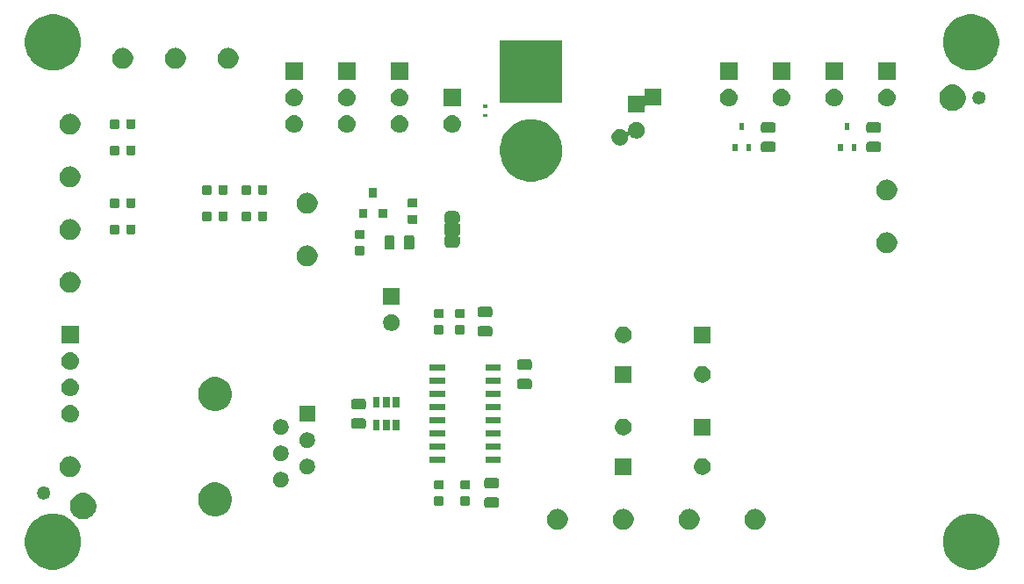
<source format=gbr>
G04 #@! TF.GenerationSoftware,KiCad,Pcbnew,5.0.2-bee76a0~70~ubuntu18.04.1*
G04 #@! TF.CreationDate,2019-06-21T19:34:52-07:00*
G04 #@! TF.ProjectId,aa-stalk-receiver-lvds,61612d73-7461-46c6-9b2d-726563656976,rev?*
G04 #@! TF.SameCoordinates,Original*
G04 #@! TF.FileFunction,Soldermask,Top*
G04 #@! TF.FilePolarity,Negative*
%FSLAX46Y46*%
G04 Gerber Fmt 4.6, Leading zero omitted, Abs format (unit mm)*
G04 Created by KiCad (PCBNEW 5.0.2-bee76a0~70~ubuntu18.04.1) date Fri 21 Jun 2019 07:34:52 PM PDT*
%MOMM*%
%LPD*%
G01*
G04 APERTURE LIST*
%ADD10C,0.100000*%
G04 APERTURE END LIST*
D10*
G36*
X184175560Y-98622759D02*
X184626084Y-98809372D01*
X184666930Y-98826291D01*
X184686736Y-98839525D01*
X185109153Y-99121775D01*
X185485225Y-99497847D01*
X185485227Y-99497850D01*
X185509167Y-99533678D01*
X185780710Y-99940072D01*
X185984241Y-100431440D01*
X186088000Y-100953072D01*
X186088000Y-101484928D01*
X185984241Y-102006560D01*
X185780710Y-102497928D01*
X185485225Y-102940153D01*
X185109153Y-103316225D01*
X185109150Y-103316227D01*
X184666930Y-103611709D01*
X184666929Y-103611710D01*
X184666928Y-103611710D01*
X184175560Y-103815241D01*
X183653928Y-103919000D01*
X183122072Y-103919000D01*
X182600440Y-103815241D01*
X182109072Y-103611710D01*
X182109071Y-103611710D01*
X182109070Y-103611709D01*
X181666850Y-103316227D01*
X181666847Y-103316225D01*
X181290775Y-102940153D01*
X180995290Y-102497928D01*
X180791759Y-102006560D01*
X180688000Y-101484928D01*
X180688000Y-100953072D01*
X180791759Y-100431440D01*
X180995290Y-99940072D01*
X181266834Y-99533678D01*
X181290773Y-99497850D01*
X181290775Y-99497847D01*
X181666847Y-99121775D01*
X182089264Y-98839525D01*
X182109070Y-98826291D01*
X182149916Y-98809372D01*
X182600440Y-98622759D01*
X183122072Y-98519000D01*
X183653928Y-98519000D01*
X184175560Y-98622759D01*
X184175560Y-98622759D01*
G37*
G36*
X95656560Y-98622759D02*
X96107084Y-98809372D01*
X96147930Y-98826291D01*
X96167736Y-98839525D01*
X96590153Y-99121775D01*
X96966225Y-99497847D01*
X96966227Y-99497850D01*
X96990167Y-99533678D01*
X97261710Y-99940072D01*
X97465241Y-100431440D01*
X97569000Y-100953072D01*
X97569000Y-101484928D01*
X97465241Y-102006560D01*
X97261710Y-102497928D01*
X96966225Y-102940153D01*
X96590153Y-103316225D01*
X96590150Y-103316227D01*
X96147930Y-103611709D01*
X96147929Y-103611710D01*
X96147928Y-103611710D01*
X95656560Y-103815241D01*
X95134928Y-103919000D01*
X94603072Y-103919000D01*
X94081440Y-103815241D01*
X93590072Y-103611710D01*
X93590071Y-103611710D01*
X93590070Y-103611709D01*
X93147850Y-103316227D01*
X93147847Y-103316225D01*
X92771775Y-102940153D01*
X92476290Y-102497928D01*
X92272759Y-102006560D01*
X92169000Y-101484928D01*
X92169000Y-100953072D01*
X92272759Y-100431440D01*
X92476290Y-99940072D01*
X92747834Y-99533678D01*
X92771773Y-99497850D01*
X92771775Y-99497847D01*
X93147847Y-99121775D01*
X93570264Y-98839525D01*
X93590070Y-98826291D01*
X93630916Y-98809372D01*
X94081440Y-98622759D01*
X94603072Y-98519000D01*
X95134928Y-98519000D01*
X95656560Y-98622759D01*
X95656560Y-98622759D01*
G37*
G36*
X150035770Y-98075372D02*
X150151689Y-98098429D01*
X150333678Y-98173811D01*
X150497463Y-98283249D01*
X150636751Y-98422537D01*
X150746189Y-98586322D01*
X150821571Y-98768311D01*
X150860000Y-98961509D01*
X150860000Y-99158491D01*
X150821571Y-99351689D01*
X150746189Y-99533678D01*
X150636751Y-99697463D01*
X150497463Y-99836751D01*
X150333678Y-99946189D01*
X150151689Y-100021571D01*
X150035770Y-100044628D01*
X149958493Y-100060000D01*
X149761507Y-100060000D01*
X149684230Y-100044628D01*
X149568311Y-100021571D01*
X149386322Y-99946189D01*
X149222537Y-99836751D01*
X149083249Y-99697463D01*
X148973811Y-99533678D01*
X148898429Y-99351689D01*
X148860000Y-99158491D01*
X148860000Y-98961509D01*
X148898429Y-98768311D01*
X148973811Y-98586322D01*
X149083249Y-98422537D01*
X149222537Y-98283249D01*
X149386322Y-98173811D01*
X149568311Y-98098429D01*
X149684230Y-98075372D01*
X149761507Y-98060000D01*
X149958493Y-98060000D01*
X150035770Y-98075372D01*
X150035770Y-98075372D01*
G37*
G36*
X143685770Y-98075372D02*
X143801689Y-98098429D01*
X143983678Y-98173811D01*
X144147463Y-98283249D01*
X144286751Y-98422537D01*
X144396189Y-98586322D01*
X144471571Y-98768311D01*
X144510000Y-98961509D01*
X144510000Y-99158491D01*
X144471571Y-99351689D01*
X144396189Y-99533678D01*
X144286751Y-99697463D01*
X144147463Y-99836751D01*
X143983678Y-99946189D01*
X143801689Y-100021571D01*
X143685770Y-100044628D01*
X143608493Y-100060000D01*
X143411507Y-100060000D01*
X143334230Y-100044628D01*
X143218311Y-100021571D01*
X143036322Y-99946189D01*
X142872537Y-99836751D01*
X142733249Y-99697463D01*
X142623811Y-99533678D01*
X142548429Y-99351689D01*
X142510000Y-99158491D01*
X142510000Y-98961509D01*
X142548429Y-98768311D01*
X142623811Y-98586322D01*
X142733249Y-98422537D01*
X142872537Y-98283249D01*
X143036322Y-98173811D01*
X143218311Y-98098429D01*
X143334230Y-98075372D01*
X143411507Y-98060000D01*
X143608493Y-98060000D01*
X143685770Y-98075372D01*
X143685770Y-98075372D01*
G37*
G36*
X162735770Y-98075372D02*
X162851689Y-98098429D01*
X163033678Y-98173811D01*
X163197463Y-98283249D01*
X163336751Y-98422537D01*
X163446189Y-98586322D01*
X163521571Y-98768311D01*
X163560000Y-98961509D01*
X163560000Y-99158491D01*
X163521571Y-99351689D01*
X163446189Y-99533678D01*
X163336751Y-99697463D01*
X163197463Y-99836751D01*
X163033678Y-99946189D01*
X162851689Y-100021571D01*
X162735770Y-100044628D01*
X162658493Y-100060000D01*
X162461507Y-100060000D01*
X162384230Y-100044628D01*
X162268311Y-100021571D01*
X162086322Y-99946189D01*
X161922537Y-99836751D01*
X161783249Y-99697463D01*
X161673811Y-99533678D01*
X161598429Y-99351689D01*
X161560000Y-99158491D01*
X161560000Y-98961509D01*
X161598429Y-98768311D01*
X161673811Y-98586322D01*
X161783249Y-98422537D01*
X161922537Y-98283249D01*
X162086322Y-98173811D01*
X162268311Y-98098429D01*
X162384230Y-98075372D01*
X162461507Y-98060000D01*
X162658493Y-98060000D01*
X162735770Y-98075372D01*
X162735770Y-98075372D01*
G37*
G36*
X156385770Y-98075372D02*
X156501689Y-98098429D01*
X156683678Y-98173811D01*
X156847463Y-98283249D01*
X156986751Y-98422537D01*
X157096189Y-98586322D01*
X157171571Y-98768311D01*
X157210000Y-98961509D01*
X157210000Y-99158491D01*
X157171571Y-99351689D01*
X157096189Y-99533678D01*
X156986751Y-99697463D01*
X156847463Y-99836751D01*
X156683678Y-99946189D01*
X156501689Y-100021571D01*
X156385770Y-100044628D01*
X156308493Y-100060000D01*
X156111507Y-100060000D01*
X156034230Y-100044628D01*
X155918311Y-100021571D01*
X155736322Y-99946189D01*
X155572537Y-99836751D01*
X155433249Y-99697463D01*
X155323811Y-99533678D01*
X155248429Y-99351689D01*
X155210000Y-99158491D01*
X155210000Y-98961509D01*
X155248429Y-98768311D01*
X155323811Y-98586322D01*
X155433249Y-98422537D01*
X155572537Y-98283249D01*
X155736322Y-98173811D01*
X155918311Y-98098429D01*
X156034230Y-98075372D01*
X156111507Y-98060000D01*
X156308493Y-98060000D01*
X156385770Y-98075372D01*
X156385770Y-98075372D01*
G37*
G36*
X98037764Y-96544402D02*
X98160445Y-96568805D01*
X98391571Y-96664541D01*
X98599581Y-96803529D01*
X98776471Y-96980419D01*
X98776473Y-96980422D01*
X98915459Y-97188429D01*
X99011195Y-97419555D01*
X99011195Y-97419557D01*
X99060000Y-97664914D01*
X99060000Y-97915086D01*
X99035598Y-98037764D01*
X99011195Y-98160445D01*
X98960326Y-98283253D01*
X98915459Y-98391571D01*
X98776471Y-98599581D01*
X98599581Y-98776471D01*
X98599578Y-98776473D01*
X98391571Y-98915459D01*
X98160445Y-99011195D01*
X98037765Y-99035597D01*
X97915086Y-99060000D01*
X97664914Y-99060000D01*
X97542235Y-99035597D01*
X97419555Y-99011195D01*
X97188429Y-98915459D01*
X96980422Y-98776473D01*
X96980419Y-98776471D01*
X96803529Y-98599581D01*
X96664541Y-98391571D01*
X96619674Y-98283253D01*
X96568805Y-98160445D01*
X96544402Y-98037764D01*
X96520000Y-97915086D01*
X96520000Y-97664914D01*
X96568805Y-97419557D01*
X96568805Y-97419555D01*
X96664541Y-97188429D01*
X96803527Y-96980422D01*
X96803529Y-96980419D01*
X96980419Y-96803529D01*
X97188429Y-96664541D01*
X97419555Y-96568805D01*
X97542235Y-96544403D01*
X97664914Y-96520000D01*
X97915086Y-96520000D01*
X98037764Y-96544402D01*
X98037764Y-96544402D01*
G37*
G36*
X110963992Y-95587447D02*
X110963994Y-95587448D01*
X110963995Y-95587448D01*
X111259726Y-95709943D01*
X111259727Y-95709944D01*
X111525880Y-95887782D01*
X111752218Y-96114120D01*
X111752220Y-96114123D01*
X111930057Y-96380274D01*
X112047803Y-96664541D01*
X112052553Y-96676008D01*
X112115000Y-96989950D01*
X112115000Y-97310050D01*
X112053523Y-97619116D01*
X112052552Y-97623995D01*
X111930057Y-97919726D01*
X111769213Y-98160445D01*
X111752218Y-98185880D01*
X111525880Y-98412218D01*
X111525877Y-98412220D01*
X111259726Y-98590057D01*
X110963995Y-98712552D01*
X110963994Y-98712552D01*
X110963992Y-98712553D01*
X110650050Y-98775000D01*
X110329950Y-98775000D01*
X110016008Y-98712553D01*
X110016006Y-98712552D01*
X110016005Y-98712552D01*
X109720274Y-98590057D01*
X109454123Y-98412220D01*
X109454120Y-98412218D01*
X109227782Y-98185880D01*
X109210787Y-98160445D01*
X109049943Y-97919726D01*
X108927448Y-97623995D01*
X108926478Y-97619116D01*
X108865000Y-97310050D01*
X108865000Y-96989950D01*
X108927447Y-96676008D01*
X108932197Y-96664541D01*
X109049943Y-96380274D01*
X109227780Y-96114123D01*
X109227782Y-96114120D01*
X109454120Y-95887782D01*
X109720273Y-95709944D01*
X109720274Y-95709943D01*
X110016005Y-95587448D01*
X110016006Y-95587448D01*
X110016008Y-95587447D01*
X110329950Y-95525000D01*
X110650050Y-95525000D01*
X110963992Y-95587447D01*
X110963992Y-95587447D01*
G37*
G36*
X137713992Y-96974076D02*
X137747883Y-96984357D01*
X137779111Y-97001048D01*
X137806485Y-97023515D01*
X137828952Y-97050889D01*
X137845643Y-97082117D01*
X137855924Y-97116008D01*
X137860000Y-97157391D01*
X137860000Y-97757609D01*
X137855924Y-97798992D01*
X137845643Y-97832883D01*
X137828952Y-97864111D01*
X137806485Y-97891485D01*
X137779111Y-97913952D01*
X137747883Y-97930643D01*
X137713992Y-97940924D01*
X137672609Y-97945000D01*
X136647391Y-97945000D01*
X136606008Y-97940924D01*
X136572117Y-97930643D01*
X136540889Y-97913952D01*
X136513515Y-97891485D01*
X136491048Y-97864111D01*
X136474357Y-97832883D01*
X136464076Y-97798992D01*
X136460000Y-97757609D01*
X136460000Y-97157391D01*
X136464076Y-97116008D01*
X136474357Y-97082117D01*
X136491048Y-97050889D01*
X136513515Y-97023515D01*
X136540889Y-97001048D01*
X136572117Y-96984357D01*
X136606008Y-96974076D01*
X136647391Y-96970000D01*
X137672609Y-96970000D01*
X137713992Y-96974076D01*
X137713992Y-96974076D01*
G37*
G36*
X134969116Y-96873595D02*
X134998313Y-96882452D01*
X135025218Y-96896833D01*
X135048808Y-96916192D01*
X135068167Y-96939782D01*
X135082548Y-96966687D01*
X135091405Y-96995884D01*
X135095000Y-97032390D01*
X135095000Y-97582610D01*
X135091405Y-97619116D01*
X135082548Y-97648313D01*
X135068167Y-97675218D01*
X135048808Y-97698808D01*
X135025218Y-97718167D01*
X134998313Y-97732548D01*
X134969116Y-97741405D01*
X134932610Y-97745000D01*
X134307390Y-97745000D01*
X134270884Y-97741405D01*
X134241687Y-97732548D01*
X134214782Y-97718167D01*
X134191192Y-97698808D01*
X134171833Y-97675218D01*
X134157452Y-97648313D01*
X134148595Y-97619116D01*
X134145000Y-97582610D01*
X134145000Y-97032390D01*
X134148595Y-96995884D01*
X134157452Y-96966687D01*
X134171833Y-96939782D01*
X134191192Y-96916192D01*
X134214782Y-96896833D01*
X134241687Y-96882452D01*
X134270884Y-96873595D01*
X134307390Y-96870000D01*
X134932610Y-96870000D01*
X134969116Y-96873595D01*
X134969116Y-96873595D01*
G37*
G36*
X132429116Y-96873595D02*
X132458313Y-96882452D01*
X132485218Y-96896833D01*
X132508808Y-96916192D01*
X132528167Y-96939782D01*
X132542548Y-96966687D01*
X132551405Y-96995884D01*
X132555000Y-97032390D01*
X132555000Y-97582610D01*
X132551405Y-97619116D01*
X132542548Y-97648313D01*
X132528167Y-97675218D01*
X132508808Y-97698808D01*
X132485218Y-97718167D01*
X132458313Y-97732548D01*
X132429116Y-97741405D01*
X132392610Y-97745000D01*
X131767390Y-97745000D01*
X131730884Y-97741405D01*
X131701687Y-97732548D01*
X131674782Y-97718167D01*
X131651192Y-97698808D01*
X131631833Y-97675218D01*
X131617452Y-97648313D01*
X131608595Y-97619116D01*
X131605000Y-97582610D01*
X131605000Y-97032390D01*
X131608595Y-96995884D01*
X131617452Y-96966687D01*
X131631833Y-96939782D01*
X131651192Y-96916192D01*
X131674782Y-96896833D01*
X131701687Y-96882452D01*
X131730884Y-96873595D01*
X131767390Y-96870000D01*
X132392610Y-96870000D01*
X132429116Y-96873595D01*
X132429116Y-96873595D01*
G37*
G36*
X94165223Y-95909403D02*
X94280784Y-95957270D01*
X94384792Y-96026766D01*
X94473234Y-96115208D01*
X94542730Y-96219216D01*
X94590597Y-96334777D01*
X94615000Y-96457459D01*
X94615000Y-96582541D01*
X94590597Y-96705223D01*
X94542730Y-96820784D01*
X94473234Y-96924792D01*
X94384792Y-97013234D01*
X94280784Y-97082730D01*
X94189669Y-97120471D01*
X94165223Y-97130597D01*
X94042542Y-97155000D01*
X93917458Y-97155000D01*
X93794777Y-97130597D01*
X93770331Y-97120471D01*
X93679216Y-97082730D01*
X93575208Y-97013234D01*
X93486766Y-96924792D01*
X93417270Y-96820784D01*
X93369403Y-96705223D01*
X93345000Y-96582541D01*
X93345000Y-96457459D01*
X93369403Y-96334777D01*
X93417270Y-96219216D01*
X93486766Y-96115208D01*
X93575208Y-96026766D01*
X93679216Y-95957270D01*
X93794777Y-95909403D01*
X93917458Y-95885000D01*
X94042542Y-95885000D01*
X94165223Y-95909403D01*
X94165223Y-95909403D01*
G37*
G36*
X134969116Y-95298595D02*
X134998313Y-95307452D01*
X135025218Y-95321833D01*
X135048808Y-95341192D01*
X135068167Y-95364782D01*
X135082548Y-95391687D01*
X135091405Y-95420884D01*
X135095000Y-95457390D01*
X135095000Y-96007610D01*
X135091405Y-96044116D01*
X135082548Y-96073313D01*
X135068167Y-96100218D01*
X135048808Y-96123808D01*
X135025218Y-96143167D01*
X134998313Y-96157548D01*
X134969116Y-96166405D01*
X134932610Y-96170000D01*
X134307390Y-96170000D01*
X134270884Y-96166405D01*
X134241687Y-96157548D01*
X134214782Y-96143167D01*
X134191192Y-96123808D01*
X134171833Y-96100218D01*
X134157452Y-96073313D01*
X134148595Y-96044116D01*
X134145000Y-96007610D01*
X134145000Y-95457390D01*
X134148595Y-95420884D01*
X134157452Y-95391687D01*
X134171833Y-95364782D01*
X134191192Y-95341192D01*
X134214782Y-95321833D01*
X134241687Y-95307452D01*
X134270884Y-95298595D01*
X134307390Y-95295000D01*
X134932610Y-95295000D01*
X134969116Y-95298595D01*
X134969116Y-95298595D01*
G37*
G36*
X132429116Y-95298595D02*
X132458313Y-95307452D01*
X132485218Y-95321833D01*
X132508808Y-95341192D01*
X132528167Y-95364782D01*
X132542548Y-95391687D01*
X132551405Y-95420884D01*
X132555000Y-95457390D01*
X132555000Y-96007610D01*
X132551405Y-96044116D01*
X132542548Y-96073313D01*
X132528167Y-96100218D01*
X132508808Y-96123808D01*
X132485218Y-96143167D01*
X132458313Y-96157548D01*
X132429116Y-96166405D01*
X132392610Y-96170000D01*
X131767390Y-96170000D01*
X131730884Y-96166405D01*
X131701687Y-96157548D01*
X131674782Y-96143167D01*
X131651192Y-96123808D01*
X131631833Y-96100218D01*
X131617452Y-96073313D01*
X131608595Y-96044116D01*
X131605000Y-96007610D01*
X131605000Y-95457390D01*
X131608595Y-95420884D01*
X131617452Y-95391687D01*
X131631833Y-95364782D01*
X131651192Y-95341192D01*
X131674782Y-95321833D01*
X131701687Y-95307452D01*
X131730884Y-95298595D01*
X131767390Y-95295000D01*
X132392610Y-95295000D01*
X132429116Y-95298595D01*
X132429116Y-95298595D01*
G37*
G36*
X137713992Y-95099076D02*
X137747883Y-95109357D01*
X137779111Y-95126048D01*
X137806485Y-95148515D01*
X137828952Y-95175889D01*
X137845643Y-95207117D01*
X137855924Y-95241008D01*
X137860000Y-95282391D01*
X137860000Y-95882609D01*
X137855924Y-95923992D01*
X137845643Y-95957883D01*
X137828952Y-95989111D01*
X137806485Y-96016485D01*
X137779111Y-96038952D01*
X137747883Y-96055643D01*
X137713992Y-96065924D01*
X137672609Y-96070000D01*
X136647391Y-96070000D01*
X136606008Y-96065924D01*
X136572117Y-96055643D01*
X136540889Y-96038952D01*
X136513515Y-96016485D01*
X136491048Y-95989111D01*
X136474357Y-95957883D01*
X136464076Y-95923992D01*
X136460000Y-95882609D01*
X136460000Y-95282391D01*
X136464076Y-95241008D01*
X136474357Y-95207117D01*
X136491048Y-95175889D01*
X136513515Y-95148515D01*
X136540889Y-95126048D01*
X136572117Y-95109357D01*
X136606008Y-95099076D01*
X136647391Y-95095000D01*
X137672609Y-95095000D01*
X137713992Y-95099076D01*
X137713992Y-95099076D01*
G37*
G36*
X117061683Y-94519206D02*
X117199992Y-94576495D01*
X117199995Y-94576497D01*
X117307595Y-94648393D01*
X117324476Y-94659673D01*
X117430327Y-94765524D01*
X117513505Y-94890008D01*
X117570794Y-95028317D01*
X117600000Y-95175145D01*
X117600000Y-95324855D01*
X117570794Y-95471683D01*
X117513505Y-95609992D01*
X117430327Y-95734476D01*
X117324476Y-95840327D01*
X117324473Y-95840329D01*
X117324472Y-95840330D01*
X117199995Y-95923503D01*
X117199992Y-95923505D01*
X117061683Y-95980794D01*
X116914855Y-96010000D01*
X116765145Y-96010000D01*
X116618317Y-95980794D01*
X116480008Y-95923505D01*
X116480005Y-95923503D01*
X116355528Y-95840330D01*
X116355527Y-95840329D01*
X116355524Y-95840327D01*
X116249673Y-95734476D01*
X116166495Y-95609992D01*
X116109206Y-95471683D01*
X116080000Y-95324855D01*
X116080000Y-95175145D01*
X116109206Y-95028317D01*
X116166495Y-94890008D01*
X116249673Y-94765524D01*
X116355524Y-94659673D01*
X116372406Y-94648393D01*
X116480005Y-94576497D01*
X116480008Y-94576495D01*
X116618317Y-94519206D01*
X116765145Y-94490000D01*
X116914855Y-94490000D01*
X117061683Y-94519206D01*
X117061683Y-94519206D01*
G37*
G36*
X96695770Y-92995372D02*
X96811689Y-93018429D01*
X96993678Y-93093811D01*
X97157463Y-93203249D01*
X97296751Y-93342537D01*
X97406189Y-93506322D01*
X97481571Y-93688311D01*
X97520000Y-93881509D01*
X97520000Y-94078491D01*
X97481571Y-94271689D01*
X97406189Y-94453678D01*
X97296751Y-94617463D01*
X97157463Y-94756751D01*
X96993678Y-94866189D01*
X96811689Y-94941571D01*
X96695770Y-94964628D01*
X96618493Y-94980000D01*
X96421507Y-94980000D01*
X96344230Y-94964628D01*
X96228311Y-94941571D01*
X96046322Y-94866189D01*
X95882537Y-94756751D01*
X95743249Y-94617463D01*
X95633811Y-94453678D01*
X95558429Y-94271689D01*
X95520000Y-94078491D01*
X95520000Y-93881509D01*
X95558429Y-93688311D01*
X95633811Y-93506322D01*
X95743249Y-93342537D01*
X95882537Y-93203249D01*
X96046322Y-93093811D01*
X96228311Y-93018429D01*
X96344230Y-92995372D01*
X96421507Y-92980000D01*
X96618493Y-92980000D01*
X96695770Y-92995372D01*
X96695770Y-92995372D01*
G37*
G36*
X150660000Y-94780000D02*
X149060000Y-94780000D01*
X149060000Y-93180000D01*
X150660000Y-93180000D01*
X150660000Y-94780000D01*
X150660000Y-94780000D01*
G37*
G36*
X157597649Y-93187717D02*
X157636827Y-93191576D01*
X157712227Y-93214448D01*
X157787629Y-93237321D01*
X157926608Y-93311608D01*
X158048422Y-93411578D01*
X158148392Y-93533392D01*
X158222679Y-93672371D01*
X158222679Y-93672372D01*
X158268424Y-93823173D01*
X158283870Y-93980000D01*
X158274170Y-94078491D01*
X158268424Y-94136826D01*
X158222679Y-94287629D01*
X158148392Y-94426608D01*
X158048422Y-94548422D01*
X157926608Y-94648392D01*
X157787629Y-94722679D01*
X157712228Y-94745551D01*
X157636827Y-94768424D01*
X157597649Y-94772283D01*
X157519295Y-94780000D01*
X157440705Y-94780000D01*
X157362351Y-94772283D01*
X157323173Y-94768424D01*
X157247772Y-94745551D01*
X157172371Y-94722679D01*
X157033392Y-94648392D01*
X156911578Y-94548422D01*
X156811608Y-94426608D01*
X156737321Y-94287629D01*
X156691576Y-94136826D01*
X156685831Y-94078491D01*
X156676130Y-93980000D01*
X156691576Y-93823173D01*
X156737321Y-93672372D01*
X156737321Y-93672371D01*
X156811608Y-93533392D01*
X156911578Y-93411578D01*
X157033392Y-93311608D01*
X157172371Y-93237321D01*
X157247773Y-93214448D01*
X157323173Y-93191576D01*
X157362351Y-93187717D01*
X157440705Y-93180000D01*
X157519295Y-93180000D01*
X157597649Y-93187717D01*
X157597649Y-93187717D01*
G37*
G36*
X119601683Y-93249206D02*
X119739992Y-93306495D01*
X119739995Y-93306497D01*
X119793933Y-93342537D01*
X119864476Y-93389673D01*
X119970327Y-93495524D01*
X120053505Y-93620008D01*
X120110794Y-93758317D01*
X120140000Y-93905145D01*
X120140000Y-94054855D01*
X120110794Y-94201683D01*
X120053505Y-94339992D01*
X119970327Y-94464476D01*
X119864476Y-94570327D01*
X119864473Y-94570329D01*
X119864472Y-94570330D01*
X119793928Y-94617466D01*
X119739992Y-94653505D01*
X119601683Y-94710794D01*
X119454855Y-94740000D01*
X119305145Y-94740000D01*
X119158317Y-94710794D01*
X119020008Y-94653505D01*
X118966072Y-94617466D01*
X118895528Y-94570330D01*
X118895527Y-94570329D01*
X118895524Y-94570327D01*
X118789673Y-94464476D01*
X118706495Y-94339992D01*
X118649206Y-94201683D01*
X118620000Y-94054855D01*
X118620000Y-93905145D01*
X118649206Y-93758317D01*
X118706495Y-93620008D01*
X118789673Y-93495524D01*
X118895524Y-93389673D01*
X118966068Y-93342537D01*
X119020005Y-93306497D01*
X119020008Y-93306495D01*
X119158317Y-93249206D01*
X119305145Y-93220000D01*
X119454855Y-93220000D01*
X119601683Y-93249206D01*
X119601683Y-93249206D01*
G37*
G36*
X132670000Y-93645000D02*
X131170000Y-93645000D01*
X131170000Y-93045000D01*
X132670000Y-93045000D01*
X132670000Y-93645000D01*
X132670000Y-93645000D01*
G37*
G36*
X138070000Y-93645000D02*
X136570000Y-93645000D01*
X136570000Y-93045000D01*
X138070000Y-93045000D01*
X138070000Y-93645000D01*
X138070000Y-93645000D01*
G37*
G36*
X117061683Y-91979206D02*
X117199992Y-92036495D01*
X117324476Y-92119673D01*
X117430327Y-92225524D01*
X117513505Y-92350008D01*
X117570794Y-92488317D01*
X117600000Y-92635145D01*
X117600000Y-92784855D01*
X117570794Y-92931683D01*
X117513505Y-93069992D01*
X117430327Y-93194476D01*
X117324476Y-93300327D01*
X117324473Y-93300329D01*
X117324472Y-93300330D01*
X117307593Y-93311608D01*
X117199992Y-93383505D01*
X117061683Y-93440794D01*
X116914855Y-93470000D01*
X116765145Y-93470000D01*
X116618317Y-93440794D01*
X116480008Y-93383505D01*
X116372407Y-93311608D01*
X116355528Y-93300330D01*
X116355527Y-93300329D01*
X116355524Y-93300327D01*
X116249673Y-93194476D01*
X116166495Y-93069992D01*
X116109206Y-92931683D01*
X116080000Y-92784855D01*
X116080000Y-92635145D01*
X116109206Y-92488317D01*
X116166495Y-92350008D01*
X116249673Y-92225524D01*
X116355524Y-92119673D01*
X116480008Y-92036495D01*
X116618317Y-91979206D01*
X116765145Y-91950000D01*
X116914855Y-91950000D01*
X117061683Y-91979206D01*
X117061683Y-91979206D01*
G37*
G36*
X138070000Y-92375000D02*
X136570000Y-92375000D01*
X136570000Y-91775000D01*
X138070000Y-91775000D01*
X138070000Y-92375000D01*
X138070000Y-92375000D01*
G37*
G36*
X132670000Y-92375000D02*
X131170000Y-92375000D01*
X131170000Y-91775000D01*
X132670000Y-91775000D01*
X132670000Y-92375000D01*
X132670000Y-92375000D01*
G37*
G36*
X119601683Y-90709206D02*
X119739992Y-90766495D01*
X119739995Y-90766497D01*
X119847595Y-90838393D01*
X119864476Y-90849673D01*
X119970327Y-90955524D01*
X120053505Y-91080008D01*
X120110794Y-91218317D01*
X120140000Y-91365145D01*
X120140000Y-91514855D01*
X120110794Y-91661683D01*
X120053505Y-91799992D01*
X119970327Y-91924476D01*
X119864476Y-92030327D01*
X119739992Y-92113505D01*
X119601683Y-92170794D01*
X119454855Y-92200000D01*
X119305145Y-92200000D01*
X119158317Y-92170794D01*
X119020008Y-92113505D01*
X118895524Y-92030327D01*
X118789673Y-91924476D01*
X118706495Y-91799992D01*
X118649206Y-91661683D01*
X118620000Y-91514855D01*
X118620000Y-91365145D01*
X118649206Y-91218317D01*
X118706495Y-91080008D01*
X118789673Y-90955524D01*
X118895524Y-90849673D01*
X118912406Y-90838393D01*
X119020005Y-90766497D01*
X119020008Y-90766495D01*
X119158317Y-90709206D01*
X119305145Y-90680000D01*
X119454855Y-90680000D01*
X119601683Y-90709206D01*
X119601683Y-90709206D01*
G37*
G36*
X138070000Y-91105000D02*
X136570000Y-91105000D01*
X136570000Y-90505000D01*
X138070000Y-90505000D01*
X138070000Y-91105000D01*
X138070000Y-91105000D01*
G37*
G36*
X132670000Y-91105000D02*
X131170000Y-91105000D01*
X131170000Y-90505000D01*
X132670000Y-90505000D01*
X132670000Y-91105000D01*
X132670000Y-91105000D01*
G37*
G36*
X149977649Y-89377717D02*
X150016827Y-89381576D01*
X150048154Y-89391079D01*
X150167629Y-89427321D01*
X150306608Y-89501608D01*
X150428422Y-89601578D01*
X150528392Y-89723392D01*
X150602679Y-89862371D01*
X150648424Y-90013174D01*
X150663870Y-90170000D01*
X150648424Y-90326826D01*
X150602679Y-90477629D01*
X150528392Y-90616608D01*
X150428422Y-90738422D01*
X150306608Y-90838392D01*
X150167629Y-90912679D01*
X150092227Y-90935552D01*
X150016827Y-90958424D01*
X149977649Y-90962283D01*
X149899295Y-90970000D01*
X149820705Y-90970000D01*
X149742351Y-90962283D01*
X149703173Y-90958424D01*
X149627773Y-90935552D01*
X149552371Y-90912679D01*
X149413392Y-90838392D01*
X149291578Y-90738422D01*
X149191608Y-90616608D01*
X149117321Y-90477629D01*
X149071576Y-90326826D01*
X149056130Y-90170000D01*
X149071576Y-90013174D01*
X149117321Y-89862371D01*
X149191608Y-89723392D01*
X149291578Y-89601578D01*
X149413392Y-89501608D01*
X149552371Y-89427321D01*
X149671846Y-89391079D01*
X149703173Y-89381576D01*
X149742351Y-89377717D01*
X149820705Y-89370000D01*
X149899295Y-89370000D01*
X149977649Y-89377717D01*
X149977649Y-89377717D01*
G37*
G36*
X158280000Y-90970000D02*
X156680000Y-90970000D01*
X156680000Y-89370000D01*
X158280000Y-89370000D01*
X158280000Y-90970000D01*
X158280000Y-90970000D01*
G37*
G36*
X117061683Y-89439206D02*
X117199992Y-89496495D01*
X117199995Y-89496497D01*
X117205943Y-89500471D01*
X117324476Y-89579673D01*
X117430326Y-89685523D01*
X117430328Y-89685526D01*
X117430330Y-89685528D01*
X117455631Y-89723394D01*
X117513505Y-89810008D01*
X117570794Y-89948317D01*
X117600000Y-90095145D01*
X117600000Y-90244855D01*
X117570794Y-90391683D01*
X117513505Y-90529992D01*
X117430327Y-90654476D01*
X117324476Y-90760327D01*
X117199992Y-90843505D01*
X117061683Y-90900794D01*
X116914855Y-90930000D01*
X116765145Y-90930000D01*
X116618317Y-90900794D01*
X116480008Y-90843505D01*
X116355524Y-90760327D01*
X116249673Y-90654476D01*
X116166495Y-90529992D01*
X116109206Y-90391683D01*
X116080000Y-90244855D01*
X116080000Y-90095145D01*
X116109206Y-89948317D01*
X116166495Y-89810008D01*
X116224369Y-89723394D01*
X116249670Y-89685528D01*
X116249672Y-89685526D01*
X116249674Y-89685523D01*
X116355524Y-89579673D01*
X116474058Y-89500471D01*
X116480005Y-89496497D01*
X116480008Y-89496495D01*
X116618317Y-89439206D01*
X116765145Y-89410000D01*
X116914855Y-89410000D01*
X117061683Y-89439206D01*
X117061683Y-89439206D01*
G37*
G36*
X128275000Y-90530000D02*
X127625000Y-90530000D01*
X127625000Y-89470000D01*
X128275000Y-89470000D01*
X128275000Y-90530000D01*
X128275000Y-90530000D01*
G37*
G36*
X126375000Y-90530000D02*
X125725000Y-90530000D01*
X125725000Y-89470000D01*
X126375000Y-89470000D01*
X126375000Y-90530000D01*
X126375000Y-90530000D01*
G37*
G36*
X127325000Y-90530000D02*
X126675000Y-90530000D01*
X126675000Y-89470000D01*
X127325000Y-89470000D01*
X127325000Y-90530000D01*
X127325000Y-90530000D01*
G37*
G36*
X124886992Y-89354076D02*
X124920883Y-89364357D01*
X124952111Y-89381048D01*
X124979485Y-89403515D01*
X125001952Y-89430889D01*
X125018643Y-89462117D01*
X125028924Y-89496008D01*
X125033000Y-89537391D01*
X125033000Y-90137609D01*
X125028924Y-90178992D01*
X125018643Y-90212883D01*
X125001952Y-90244111D01*
X124979485Y-90271485D01*
X124952111Y-90293952D01*
X124920883Y-90310643D01*
X124886992Y-90320924D01*
X124845609Y-90325000D01*
X123820391Y-90325000D01*
X123779008Y-90320924D01*
X123745117Y-90310643D01*
X123713889Y-90293952D01*
X123686515Y-90271485D01*
X123664048Y-90244111D01*
X123647357Y-90212883D01*
X123637076Y-90178992D01*
X123633000Y-90137609D01*
X123633000Y-89537391D01*
X123637076Y-89496008D01*
X123647357Y-89462117D01*
X123664048Y-89430889D01*
X123686515Y-89403515D01*
X123713889Y-89381048D01*
X123745117Y-89364357D01*
X123779008Y-89354076D01*
X123820391Y-89350000D01*
X124845609Y-89350000D01*
X124886992Y-89354076D01*
X124886992Y-89354076D01*
G37*
G36*
X138070000Y-89835000D02*
X136570000Y-89835000D01*
X136570000Y-89235000D01*
X138070000Y-89235000D01*
X138070000Y-89835000D01*
X138070000Y-89835000D01*
G37*
G36*
X132670000Y-89835000D02*
X131170000Y-89835000D01*
X131170000Y-89235000D01*
X132670000Y-89235000D01*
X132670000Y-89835000D01*
X132670000Y-89835000D01*
G37*
G36*
X96686630Y-88062299D02*
X96846855Y-88110903D01*
X96994520Y-88189831D01*
X97123949Y-88296051D01*
X97230169Y-88425480D01*
X97309097Y-88573145D01*
X97357701Y-88733370D01*
X97374112Y-88900000D01*
X97357701Y-89066630D01*
X97309097Y-89226855D01*
X97230169Y-89374520D01*
X97123949Y-89503949D01*
X96994520Y-89610169D01*
X96846855Y-89689097D01*
X96686630Y-89737701D01*
X96561752Y-89750000D01*
X96478248Y-89750000D01*
X96353370Y-89737701D01*
X96193145Y-89689097D01*
X96045480Y-89610169D01*
X95916051Y-89503949D01*
X95809831Y-89374520D01*
X95730903Y-89226855D01*
X95682299Y-89066630D01*
X95665888Y-88900000D01*
X95682299Y-88733370D01*
X95730903Y-88573145D01*
X95809831Y-88425480D01*
X95916051Y-88296051D01*
X96045480Y-88189831D01*
X96193145Y-88110903D01*
X96353370Y-88062299D01*
X96478248Y-88050000D01*
X96561752Y-88050000D01*
X96686630Y-88062299D01*
X96686630Y-88062299D01*
G37*
G36*
X120140000Y-89660000D02*
X118620000Y-89660000D01*
X118620000Y-88140000D01*
X120140000Y-88140000D01*
X120140000Y-89660000D01*
X120140000Y-89660000D01*
G37*
G36*
X110963992Y-85427447D02*
X110963994Y-85427448D01*
X110963995Y-85427448D01*
X111259726Y-85549943D01*
X111422076Y-85658422D01*
X111525880Y-85727782D01*
X111752218Y-85954120D01*
X111752220Y-85954123D01*
X111930057Y-86220274D01*
X112052552Y-86516005D01*
X112052553Y-86516008D01*
X112115000Y-86829950D01*
X112115000Y-87150050D01*
X112086168Y-87295000D01*
X112052552Y-87463995D01*
X111930057Y-87759726D01*
X111930056Y-87759727D01*
X111752218Y-88025880D01*
X111525880Y-88252218D01*
X111525877Y-88252220D01*
X111259726Y-88430057D01*
X110963995Y-88552552D01*
X110963994Y-88552552D01*
X110963992Y-88552553D01*
X110650050Y-88615000D01*
X110329950Y-88615000D01*
X110016008Y-88552553D01*
X110016006Y-88552552D01*
X110016005Y-88552552D01*
X109720274Y-88430057D01*
X109454123Y-88252220D01*
X109454120Y-88252218D01*
X109227782Y-88025880D01*
X109049944Y-87759727D01*
X109049943Y-87759726D01*
X108927448Y-87463995D01*
X108893833Y-87295000D01*
X108865000Y-87150050D01*
X108865000Y-86829950D01*
X108927447Y-86516008D01*
X108927448Y-86516005D01*
X109049943Y-86220274D01*
X109227780Y-85954123D01*
X109227782Y-85954120D01*
X109454120Y-85727782D01*
X109557924Y-85658422D01*
X109720274Y-85549943D01*
X110016005Y-85427448D01*
X110016006Y-85427448D01*
X110016008Y-85427447D01*
X110329950Y-85365000D01*
X110650050Y-85365000D01*
X110963992Y-85427447D01*
X110963992Y-85427447D01*
G37*
G36*
X138070000Y-88565000D02*
X136570000Y-88565000D01*
X136570000Y-87965000D01*
X138070000Y-87965000D01*
X138070000Y-88565000D01*
X138070000Y-88565000D01*
G37*
G36*
X132670000Y-88565000D02*
X131170000Y-88565000D01*
X131170000Y-87965000D01*
X132670000Y-87965000D01*
X132670000Y-88565000D01*
X132670000Y-88565000D01*
G37*
G36*
X124886992Y-87479076D02*
X124920883Y-87489357D01*
X124952111Y-87506048D01*
X124979485Y-87528515D01*
X125001952Y-87555889D01*
X125018643Y-87587117D01*
X125028924Y-87621008D01*
X125033000Y-87662391D01*
X125033000Y-88262609D01*
X125028924Y-88303992D01*
X125018643Y-88337883D01*
X125001952Y-88369111D01*
X124979485Y-88396485D01*
X124952111Y-88418952D01*
X124920883Y-88435643D01*
X124886992Y-88445924D01*
X124845609Y-88450000D01*
X123820391Y-88450000D01*
X123779008Y-88445924D01*
X123745117Y-88435643D01*
X123713889Y-88418952D01*
X123686515Y-88396485D01*
X123664048Y-88369111D01*
X123647357Y-88337883D01*
X123637076Y-88303992D01*
X123633000Y-88262609D01*
X123633000Y-87662391D01*
X123637076Y-87621008D01*
X123647357Y-87587117D01*
X123664048Y-87555889D01*
X123686515Y-87528515D01*
X123713889Y-87506048D01*
X123745117Y-87489357D01*
X123779008Y-87479076D01*
X123820391Y-87475000D01*
X124845609Y-87475000D01*
X124886992Y-87479076D01*
X124886992Y-87479076D01*
G37*
G36*
X126375000Y-88330000D02*
X125725000Y-88330000D01*
X125725000Y-87270000D01*
X126375000Y-87270000D01*
X126375000Y-88330000D01*
X126375000Y-88330000D01*
G37*
G36*
X128275000Y-88330000D02*
X127625000Y-88330000D01*
X127625000Y-87270000D01*
X128275000Y-87270000D01*
X128275000Y-88330000D01*
X128275000Y-88330000D01*
G37*
G36*
X127325000Y-88330000D02*
X126675000Y-88330000D01*
X126675000Y-87270000D01*
X127325000Y-87270000D01*
X127325000Y-88330000D01*
X127325000Y-88330000D01*
G37*
G36*
X138070000Y-87295000D02*
X136570000Y-87295000D01*
X136570000Y-86695000D01*
X138070000Y-86695000D01*
X138070000Y-87295000D01*
X138070000Y-87295000D01*
G37*
G36*
X132670000Y-87295000D02*
X131170000Y-87295000D01*
X131170000Y-86695000D01*
X132670000Y-86695000D01*
X132670000Y-87295000D01*
X132670000Y-87295000D01*
G37*
G36*
X96686630Y-85522299D02*
X96846855Y-85570903D01*
X96994520Y-85649831D01*
X97123949Y-85756051D01*
X97230169Y-85885480D01*
X97309097Y-86033145D01*
X97357701Y-86193370D01*
X97374112Y-86360000D01*
X97357701Y-86526630D01*
X97309097Y-86686855D01*
X97230169Y-86834520D01*
X97123949Y-86963949D01*
X96994520Y-87070169D01*
X96846855Y-87149097D01*
X96686630Y-87197701D01*
X96561752Y-87210000D01*
X96478248Y-87210000D01*
X96353370Y-87197701D01*
X96193145Y-87149097D01*
X96045480Y-87070169D01*
X95916051Y-86963949D01*
X95809831Y-86834520D01*
X95730903Y-86686855D01*
X95682299Y-86526630D01*
X95665888Y-86360000D01*
X95682299Y-86193370D01*
X95730903Y-86033145D01*
X95809831Y-85885480D01*
X95916051Y-85756051D01*
X96045480Y-85649831D01*
X96193145Y-85570903D01*
X96353370Y-85522299D01*
X96478248Y-85510000D01*
X96561752Y-85510000D01*
X96686630Y-85522299D01*
X96686630Y-85522299D01*
G37*
G36*
X140888992Y-85544076D02*
X140922883Y-85554357D01*
X140954111Y-85571048D01*
X140981485Y-85593515D01*
X141003952Y-85620889D01*
X141020643Y-85652117D01*
X141030924Y-85686008D01*
X141035000Y-85727391D01*
X141035000Y-86327609D01*
X141030924Y-86368992D01*
X141020643Y-86402883D01*
X141003952Y-86434111D01*
X140981485Y-86461485D01*
X140954111Y-86483952D01*
X140922883Y-86500643D01*
X140888992Y-86510924D01*
X140847609Y-86515000D01*
X139822391Y-86515000D01*
X139781008Y-86510924D01*
X139747117Y-86500643D01*
X139715889Y-86483952D01*
X139688515Y-86461485D01*
X139666048Y-86434111D01*
X139649357Y-86402883D01*
X139639076Y-86368992D01*
X139635000Y-86327609D01*
X139635000Y-85727391D01*
X139639076Y-85686008D01*
X139649357Y-85652117D01*
X139666048Y-85620889D01*
X139688515Y-85593515D01*
X139715889Y-85571048D01*
X139747117Y-85554357D01*
X139781008Y-85544076D01*
X139822391Y-85540000D01*
X140847609Y-85540000D01*
X140888992Y-85544076D01*
X140888992Y-85544076D01*
G37*
G36*
X138070000Y-86025000D02*
X136570000Y-86025000D01*
X136570000Y-85425000D01*
X138070000Y-85425000D01*
X138070000Y-86025000D01*
X138070000Y-86025000D01*
G37*
G36*
X132670000Y-86025000D02*
X131170000Y-86025000D01*
X131170000Y-85425000D01*
X132670000Y-85425000D01*
X132670000Y-86025000D01*
X132670000Y-86025000D01*
G37*
G36*
X150660000Y-85890000D02*
X149060000Y-85890000D01*
X149060000Y-84290000D01*
X150660000Y-84290000D01*
X150660000Y-85890000D01*
X150660000Y-85890000D01*
G37*
G36*
X157597649Y-84297717D02*
X157636827Y-84301576D01*
X157712227Y-84324448D01*
X157787629Y-84347321D01*
X157926608Y-84421608D01*
X158048422Y-84521578D01*
X158148392Y-84643392D01*
X158222679Y-84782371D01*
X158268424Y-84933174D01*
X158283870Y-85090000D01*
X158268424Y-85246826D01*
X158222679Y-85397629D01*
X158148392Y-85536608D01*
X158048422Y-85658422D01*
X157926608Y-85758392D01*
X157787629Y-85832679D01*
X157712228Y-85855551D01*
X157636827Y-85878424D01*
X157597649Y-85882283D01*
X157519295Y-85890000D01*
X157440705Y-85890000D01*
X157362351Y-85882283D01*
X157323173Y-85878424D01*
X157247772Y-85855551D01*
X157172371Y-85832679D01*
X157033392Y-85758392D01*
X156911578Y-85658422D01*
X156811608Y-85536608D01*
X156737321Y-85397629D01*
X156691576Y-85246826D01*
X156676130Y-85090000D01*
X156691576Y-84933174D01*
X156737321Y-84782371D01*
X156811608Y-84643392D01*
X156911578Y-84521578D01*
X157033392Y-84421608D01*
X157172371Y-84347321D01*
X157247773Y-84324448D01*
X157323173Y-84301576D01*
X157362351Y-84297717D01*
X157440705Y-84290000D01*
X157519295Y-84290000D01*
X157597649Y-84297717D01*
X157597649Y-84297717D01*
G37*
G36*
X138070000Y-84755000D02*
X136570000Y-84755000D01*
X136570000Y-84155000D01*
X138070000Y-84155000D01*
X138070000Y-84755000D01*
X138070000Y-84755000D01*
G37*
G36*
X132670000Y-84755000D02*
X131170000Y-84755000D01*
X131170000Y-84155000D01*
X132670000Y-84155000D01*
X132670000Y-84755000D01*
X132670000Y-84755000D01*
G37*
G36*
X96686630Y-82982299D02*
X96846855Y-83030903D01*
X96994520Y-83109831D01*
X97123949Y-83216051D01*
X97230169Y-83345480D01*
X97309097Y-83493145D01*
X97357701Y-83653370D01*
X97374112Y-83820000D01*
X97357701Y-83986630D01*
X97309097Y-84146855D01*
X97230169Y-84294520D01*
X97123949Y-84423949D01*
X96994520Y-84530169D01*
X96846855Y-84609097D01*
X96686630Y-84657701D01*
X96561752Y-84670000D01*
X96478248Y-84670000D01*
X96353370Y-84657701D01*
X96193145Y-84609097D01*
X96045480Y-84530169D01*
X95916051Y-84423949D01*
X95809831Y-84294520D01*
X95730903Y-84146855D01*
X95682299Y-83986630D01*
X95665888Y-83820000D01*
X95682299Y-83653370D01*
X95730903Y-83493145D01*
X95809831Y-83345480D01*
X95916051Y-83216051D01*
X96045480Y-83109831D01*
X96193145Y-83030903D01*
X96353370Y-82982299D01*
X96478248Y-82970000D01*
X96561752Y-82970000D01*
X96686630Y-82982299D01*
X96686630Y-82982299D01*
G37*
G36*
X140888992Y-83669076D02*
X140922883Y-83679357D01*
X140954111Y-83696048D01*
X140981485Y-83718515D01*
X141003952Y-83745889D01*
X141020643Y-83777117D01*
X141030924Y-83811008D01*
X141035000Y-83852391D01*
X141035000Y-84452609D01*
X141030924Y-84493992D01*
X141020643Y-84527883D01*
X141003952Y-84559111D01*
X140981485Y-84586485D01*
X140954111Y-84608952D01*
X140922883Y-84625643D01*
X140888992Y-84635924D01*
X140847609Y-84640000D01*
X139822391Y-84640000D01*
X139781008Y-84635924D01*
X139747117Y-84625643D01*
X139715889Y-84608952D01*
X139688515Y-84586485D01*
X139666048Y-84559111D01*
X139649357Y-84527883D01*
X139639076Y-84493992D01*
X139635000Y-84452609D01*
X139635000Y-83852391D01*
X139639076Y-83811008D01*
X139649357Y-83777117D01*
X139666048Y-83745889D01*
X139688515Y-83718515D01*
X139715889Y-83696048D01*
X139747117Y-83679357D01*
X139781008Y-83669076D01*
X139822391Y-83665000D01*
X140847609Y-83665000D01*
X140888992Y-83669076D01*
X140888992Y-83669076D01*
G37*
G36*
X97370000Y-82130000D02*
X95670000Y-82130000D01*
X95670000Y-80430000D01*
X97370000Y-80430000D01*
X97370000Y-82130000D01*
X97370000Y-82130000D01*
G37*
G36*
X158280000Y-82080000D02*
X156680000Y-82080000D01*
X156680000Y-80480000D01*
X158280000Y-80480000D01*
X158280000Y-82080000D01*
X158280000Y-82080000D01*
G37*
G36*
X149959035Y-80485884D02*
X150016827Y-80491576D01*
X150048154Y-80501079D01*
X150167629Y-80537321D01*
X150306608Y-80611608D01*
X150428422Y-80711578D01*
X150528392Y-80833392D01*
X150602679Y-80972371D01*
X150602679Y-80972372D01*
X150648424Y-81123173D01*
X150659024Y-81230797D01*
X150663870Y-81280000D01*
X150648424Y-81436826D01*
X150602679Y-81587629D01*
X150528392Y-81726608D01*
X150428422Y-81848422D01*
X150306608Y-81948392D01*
X150167629Y-82022679D01*
X150092227Y-82045552D01*
X150016827Y-82068424D01*
X149977649Y-82072283D01*
X149899295Y-82080000D01*
X149820705Y-82080000D01*
X149742351Y-82072283D01*
X149703173Y-82068424D01*
X149627773Y-82045552D01*
X149552371Y-82022679D01*
X149413392Y-81948392D01*
X149291578Y-81848422D01*
X149191608Y-81726608D01*
X149117321Y-81587629D01*
X149071576Y-81436826D01*
X149056130Y-81280000D01*
X149060976Y-81230797D01*
X149071576Y-81123173D01*
X149117321Y-80972372D01*
X149117321Y-80972371D01*
X149191608Y-80833392D01*
X149291578Y-80711578D01*
X149413392Y-80611608D01*
X149552371Y-80537321D01*
X149671846Y-80501079D01*
X149703173Y-80491576D01*
X149760965Y-80485884D01*
X149820705Y-80480000D01*
X149899295Y-80480000D01*
X149959035Y-80485884D01*
X149959035Y-80485884D01*
G37*
G36*
X137078992Y-80464076D02*
X137112883Y-80474357D01*
X137144111Y-80491048D01*
X137171485Y-80513515D01*
X137193952Y-80540889D01*
X137210643Y-80572117D01*
X137220924Y-80606008D01*
X137225000Y-80647391D01*
X137225000Y-81247609D01*
X137220924Y-81288992D01*
X137210643Y-81322883D01*
X137193952Y-81354111D01*
X137171485Y-81381485D01*
X137144111Y-81403952D01*
X137112883Y-81420643D01*
X137078992Y-81430924D01*
X137037609Y-81435000D01*
X136012391Y-81435000D01*
X135971008Y-81430924D01*
X135937117Y-81420643D01*
X135905889Y-81403952D01*
X135878515Y-81381485D01*
X135856048Y-81354111D01*
X135839357Y-81322883D01*
X135829076Y-81288992D01*
X135825000Y-81247609D01*
X135825000Y-80647391D01*
X135829076Y-80606008D01*
X135839357Y-80572117D01*
X135856048Y-80540889D01*
X135878515Y-80513515D01*
X135905889Y-80491048D01*
X135937117Y-80474357D01*
X135971008Y-80464076D01*
X136012391Y-80460000D01*
X137037609Y-80460000D01*
X137078992Y-80464076D01*
X137078992Y-80464076D01*
G37*
G36*
X134461116Y-80363595D02*
X134490313Y-80372452D01*
X134517218Y-80386833D01*
X134540808Y-80406192D01*
X134560167Y-80429782D01*
X134574548Y-80456687D01*
X134583405Y-80485884D01*
X134587000Y-80522390D01*
X134587000Y-81072610D01*
X134583405Y-81109116D01*
X134574548Y-81138313D01*
X134560167Y-81165218D01*
X134540808Y-81188808D01*
X134517218Y-81208167D01*
X134490313Y-81222548D01*
X134461116Y-81231405D01*
X134424610Y-81235000D01*
X133799390Y-81235000D01*
X133762884Y-81231405D01*
X133733687Y-81222548D01*
X133706782Y-81208167D01*
X133683192Y-81188808D01*
X133663833Y-81165218D01*
X133649452Y-81138313D01*
X133640595Y-81109116D01*
X133637000Y-81072610D01*
X133637000Y-80522390D01*
X133640595Y-80485884D01*
X133649452Y-80456687D01*
X133663833Y-80429782D01*
X133683192Y-80406192D01*
X133706782Y-80386833D01*
X133733687Y-80372452D01*
X133762884Y-80363595D01*
X133799390Y-80360000D01*
X134424610Y-80360000D01*
X134461116Y-80363595D01*
X134461116Y-80363595D01*
G37*
G36*
X132429116Y-80363595D02*
X132458313Y-80372452D01*
X132485218Y-80386833D01*
X132508808Y-80406192D01*
X132528167Y-80429782D01*
X132542548Y-80456687D01*
X132551405Y-80485884D01*
X132555000Y-80522390D01*
X132555000Y-81072610D01*
X132551405Y-81109116D01*
X132542548Y-81138313D01*
X132528167Y-81165218D01*
X132508808Y-81188808D01*
X132485218Y-81208167D01*
X132458313Y-81222548D01*
X132429116Y-81231405D01*
X132392610Y-81235000D01*
X131767390Y-81235000D01*
X131730884Y-81231405D01*
X131701687Y-81222548D01*
X131674782Y-81208167D01*
X131651192Y-81188808D01*
X131631833Y-81165218D01*
X131617452Y-81138313D01*
X131608595Y-81109116D01*
X131605000Y-81072610D01*
X131605000Y-80522390D01*
X131608595Y-80485884D01*
X131617452Y-80456687D01*
X131631833Y-80429782D01*
X131651192Y-80406192D01*
X131674782Y-80386833D01*
X131701687Y-80372452D01*
X131730884Y-80363595D01*
X131767390Y-80360000D01*
X132392610Y-80360000D01*
X132429116Y-80363595D01*
X132429116Y-80363595D01*
G37*
G36*
X127741352Y-79327743D02*
X127886941Y-79388048D01*
X128017973Y-79475601D01*
X128129399Y-79587027D01*
X128216952Y-79718059D01*
X128277257Y-79863648D01*
X128308000Y-80018205D01*
X128308000Y-80175795D01*
X128277257Y-80330352D01*
X128216952Y-80475941D01*
X128129399Y-80606973D01*
X128017973Y-80718399D01*
X127886941Y-80805952D01*
X127741352Y-80866257D01*
X127586795Y-80897000D01*
X127429205Y-80897000D01*
X127274648Y-80866257D01*
X127129059Y-80805952D01*
X126998027Y-80718399D01*
X126886601Y-80606973D01*
X126799048Y-80475941D01*
X126738743Y-80330352D01*
X126708000Y-80175795D01*
X126708000Y-80018205D01*
X126738743Y-79863648D01*
X126799048Y-79718059D01*
X126886601Y-79587027D01*
X126998027Y-79475601D01*
X127129059Y-79388048D01*
X127274648Y-79327743D01*
X127429205Y-79297000D01*
X127586795Y-79297000D01*
X127741352Y-79327743D01*
X127741352Y-79327743D01*
G37*
G36*
X132429116Y-78788595D02*
X132458313Y-78797452D01*
X132485218Y-78811833D01*
X132508808Y-78831192D01*
X132528167Y-78854782D01*
X132542548Y-78881687D01*
X132551405Y-78910884D01*
X132555000Y-78947390D01*
X132555000Y-79497610D01*
X132551405Y-79534116D01*
X132542548Y-79563313D01*
X132528167Y-79590218D01*
X132508808Y-79613808D01*
X132485218Y-79633167D01*
X132458313Y-79647548D01*
X132429116Y-79656405D01*
X132392610Y-79660000D01*
X131767390Y-79660000D01*
X131730884Y-79656405D01*
X131701687Y-79647548D01*
X131674782Y-79633167D01*
X131651192Y-79613808D01*
X131631833Y-79590218D01*
X131617452Y-79563313D01*
X131608595Y-79534116D01*
X131605000Y-79497610D01*
X131605000Y-78947390D01*
X131608595Y-78910884D01*
X131617452Y-78881687D01*
X131631833Y-78854782D01*
X131651192Y-78831192D01*
X131674782Y-78811833D01*
X131701687Y-78797452D01*
X131730884Y-78788595D01*
X131767390Y-78785000D01*
X132392610Y-78785000D01*
X132429116Y-78788595D01*
X132429116Y-78788595D01*
G37*
G36*
X134461116Y-78788595D02*
X134490313Y-78797452D01*
X134517218Y-78811833D01*
X134540808Y-78831192D01*
X134560167Y-78854782D01*
X134574548Y-78881687D01*
X134583405Y-78910884D01*
X134587000Y-78947390D01*
X134587000Y-79497610D01*
X134583405Y-79534116D01*
X134574548Y-79563313D01*
X134560167Y-79590218D01*
X134540808Y-79613808D01*
X134517218Y-79633167D01*
X134490313Y-79647548D01*
X134461116Y-79656405D01*
X134424610Y-79660000D01*
X133799390Y-79660000D01*
X133762884Y-79656405D01*
X133733687Y-79647548D01*
X133706782Y-79633167D01*
X133683192Y-79613808D01*
X133663833Y-79590218D01*
X133649452Y-79563313D01*
X133640595Y-79534116D01*
X133637000Y-79497610D01*
X133637000Y-78947390D01*
X133640595Y-78910884D01*
X133649452Y-78881687D01*
X133663833Y-78854782D01*
X133683192Y-78831192D01*
X133706782Y-78811833D01*
X133733687Y-78797452D01*
X133762884Y-78788595D01*
X133799390Y-78785000D01*
X134424610Y-78785000D01*
X134461116Y-78788595D01*
X134461116Y-78788595D01*
G37*
G36*
X137078992Y-78589076D02*
X137112883Y-78599357D01*
X137144111Y-78616048D01*
X137171485Y-78638515D01*
X137193952Y-78665889D01*
X137210643Y-78697117D01*
X137220924Y-78731008D01*
X137225000Y-78772391D01*
X137225000Y-79372609D01*
X137220924Y-79413992D01*
X137210643Y-79447883D01*
X137193952Y-79479111D01*
X137171485Y-79506485D01*
X137144111Y-79528952D01*
X137112883Y-79545643D01*
X137078992Y-79555924D01*
X137037609Y-79560000D01*
X136012391Y-79560000D01*
X135971008Y-79555924D01*
X135937117Y-79545643D01*
X135905889Y-79528952D01*
X135878515Y-79506485D01*
X135856048Y-79479111D01*
X135839357Y-79447883D01*
X135829076Y-79413992D01*
X135825000Y-79372609D01*
X135825000Y-78772391D01*
X135829076Y-78731008D01*
X135839357Y-78697117D01*
X135856048Y-78665889D01*
X135878515Y-78638515D01*
X135905889Y-78616048D01*
X135937117Y-78599357D01*
X135971008Y-78589076D01*
X136012391Y-78585000D01*
X137037609Y-78585000D01*
X137078992Y-78589076D01*
X137078992Y-78589076D01*
G37*
G36*
X128308000Y-78397000D02*
X126708000Y-78397000D01*
X126708000Y-76797000D01*
X128308000Y-76797000D01*
X128308000Y-78397000D01*
X128308000Y-78397000D01*
G37*
G36*
X96695770Y-75215372D02*
X96811689Y-75238429D01*
X96993678Y-75313811D01*
X97157463Y-75423249D01*
X97296751Y-75562537D01*
X97406189Y-75726322D01*
X97481571Y-75908311D01*
X97520000Y-76101509D01*
X97520000Y-76298491D01*
X97481571Y-76491689D01*
X97406189Y-76673678D01*
X97296751Y-76837463D01*
X97157463Y-76976751D01*
X96993678Y-77086189D01*
X96811689Y-77161571D01*
X96695770Y-77184628D01*
X96618493Y-77200000D01*
X96421507Y-77200000D01*
X96344230Y-77184628D01*
X96228311Y-77161571D01*
X96046322Y-77086189D01*
X95882537Y-76976751D01*
X95743249Y-76837463D01*
X95633811Y-76673678D01*
X95558429Y-76491689D01*
X95520000Y-76298491D01*
X95520000Y-76101509D01*
X95558429Y-75908311D01*
X95633811Y-75726322D01*
X95743249Y-75562537D01*
X95882537Y-75423249D01*
X96046322Y-75313811D01*
X96228311Y-75238429D01*
X96344230Y-75215372D01*
X96421507Y-75200000D01*
X96618493Y-75200000D01*
X96695770Y-75215372D01*
X96695770Y-75215372D01*
G37*
G36*
X119555770Y-72675372D02*
X119671689Y-72698429D01*
X119853678Y-72773811D01*
X120017463Y-72883249D01*
X120156751Y-73022537D01*
X120266189Y-73186322D01*
X120341571Y-73368311D01*
X120380000Y-73561509D01*
X120380000Y-73758491D01*
X120341571Y-73951689D01*
X120266189Y-74133678D01*
X120156751Y-74297463D01*
X120017463Y-74436751D01*
X119853678Y-74546189D01*
X119671689Y-74621571D01*
X119555770Y-74644628D01*
X119478493Y-74660000D01*
X119281507Y-74660000D01*
X119204230Y-74644628D01*
X119088311Y-74621571D01*
X118906322Y-74546189D01*
X118742537Y-74436751D01*
X118603249Y-74297463D01*
X118493811Y-74133678D01*
X118418429Y-73951689D01*
X118380000Y-73758491D01*
X118380000Y-73561509D01*
X118418429Y-73368311D01*
X118493811Y-73186322D01*
X118603249Y-73022537D01*
X118742537Y-72883249D01*
X118906322Y-72773811D01*
X119088311Y-72698429D01*
X119204230Y-72675372D01*
X119281507Y-72660000D01*
X119478493Y-72660000D01*
X119555770Y-72675372D01*
X119555770Y-72675372D01*
G37*
G36*
X124809116Y-72743595D02*
X124838313Y-72752452D01*
X124865218Y-72766833D01*
X124888808Y-72786192D01*
X124908167Y-72809782D01*
X124922548Y-72836687D01*
X124931405Y-72865884D01*
X124935000Y-72902390D01*
X124935000Y-73452610D01*
X124931405Y-73489116D01*
X124922548Y-73518313D01*
X124908167Y-73545218D01*
X124888808Y-73568808D01*
X124865218Y-73588167D01*
X124838313Y-73602548D01*
X124809116Y-73611405D01*
X124772610Y-73615000D01*
X124147390Y-73615000D01*
X124110884Y-73611405D01*
X124081687Y-73602548D01*
X124054782Y-73588167D01*
X124031192Y-73568808D01*
X124011833Y-73545218D01*
X123997452Y-73518313D01*
X123988595Y-73489116D01*
X123985000Y-73452610D01*
X123985000Y-72902390D01*
X123988595Y-72865884D01*
X123997452Y-72836687D01*
X124011833Y-72809782D01*
X124031192Y-72786192D01*
X124054782Y-72766833D01*
X124081687Y-72752452D01*
X124110884Y-72743595D01*
X124147390Y-72740000D01*
X124772610Y-72740000D01*
X124809116Y-72743595D01*
X124809116Y-72743595D01*
G37*
G36*
X175435770Y-71405372D02*
X175551689Y-71428429D01*
X175733678Y-71503811D01*
X175897463Y-71613249D01*
X176036751Y-71752537D01*
X176146189Y-71916322D01*
X176221571Y-72098311D01*
X176260000Y-72291509D01*
X176260000Y-72488491D01*
X176221571Y-72681689D01*
X176146189Y-72863678D01*
X176036751Y-73027463D01*
X175897463Y-73166751D01*
X175733678Y-73276189D01*
X175551689Y-73351571D01*
X175435770Y-73374628D01*
X175358493Y-73390000D01*
X175161507Y-73390000D01*
X175084230Y-73374628D01*
X174968311Y-73351571D01*
X174786322Y-73276189D01*
X174622537Y-73166751D01*
X174483249Y-73027463D01*
X174373811Y-72863678D01*
X174298429Y-72681689D01*
X174260000Y-72488491D01*
X174260000Y-72291509D01*
X174298429Y-72098311D01*
X174373811Y-71916322D01*
X174483249Y-71752537D01*
X174622537Y-71613249D01*
X174786322Y-71503811D01*
X174968311Y-71428429D01*
X175084230Y-71405372D01*
X175161507Y-71390000D01*
X175358493Y-71390000D01*
X175435770Y-71405372D01*
X175435770Y-71405372D01*
G37*
G36*
X127673992Y-71694076D02*
X127707883Y-71704357D01*
X127739111Y-71721048D01*
X127766485Y-71743515D01*
X127788952Y-71770889D01*
X127805643Y-71802117D01*
X127815924Y-71836008D01*
X127820000Y-71877391D01*
X127820000Y-72902609D01*
X127815924Y-72943992D01*
X127805643Y-72977883D01*
X127788952Y-73009111D01*
X127766485Y-73036485D01*
X127739111Y-73058952D01*
X127707883Y-73075643D01*
X127673992Y-73085924D01*
X127632609Y-73090000D01*
X127032391Y-73090000D01*
X126991008Y-73085924D01*
X126957117Y-73075643D01*
X126925889Y-73058952D01*
X126898515Y-73036485D01*
X126876048Y-73009111D01*
X126859357Y-72977883D01*
X126849076Y-72943992D01*
X126845000Y-72902609D01*
X126845000Y-71877391D01*
X126849076Y-71836008D01*
X126859357Y-71802117D01*
X126876048Y-71770889D01*
X126898515Y-71743515D01*
X126925889Y-71721048D01*
X126957117Y-71704357D01*
X126991008Y-71694076D01*
X127032391Y-71690000D01*
X127632609Y-71690000D01*
X127673992Y-71694076D01*
X127673992Y-71694076D01*
G37*
G36*
X129548992Y-71694076D02*
X129582883Y-71704357D01*
X129614111Y-71721048D01*
X129641485Y-71743515D01*
X129663952Y-71770889D01*
X129680643Y-71802117D01*
X129690924Y-71836008D01*
X129695000Y-71877391D01*
X129695000Y-72902609D01*
X129690924Y-72943992D01*
X129680643Y-72977883D01*
X129663952Y-73009111D01*
X129641485Y-73036485D01*
X129614111Y-73058952D01*
X129582883Y-73075643D01*
X129548992Y-73085924D01*
X129507609Y-73090000D01*
X128907391Y-73090000D01*
X128866008Y-73085924D01*
X128832117Y-73075643D01*
X128800889Y-73058952D01*
X128773515Y-73036485D01*
X128751048Y-73009111D01*
X128734357Y-72977883D01*
X128724076Y-72943992D01*
X128720000Y-72902609D01*
X128720000Y-71877391D01*
X128724076Y-71836008D01*
X128734357Y-71802117D01*
X128751048Y-71770889D01*
X128773515Y-71743515D01*
X128800889Y-71721048D01*
X128832117Y-71704357D01*
X128866008Y-71694076D01*
X128907391Y-71690000D01*
X129507609Y-71690000D01*
X129548992Y-71694076D01*
X129548992Y-71694076D01*
G37*
G36*
X133612203Y-69321201D02*
X133624453Y-69321803D01*
X133642872Y-69321803D01*
X133655150Y-69323012D01*
X133739232Y-69339737D01*
X133751048Y-69343322D01*
X133830255Y-69376130D01*
X133841140Y-69381947D01*
X133912425Y-69429579D01*
X133921973Y-69437415D01*
X133982585Y-69498027D01*
X133990421Y-69507575D01*
X134038053Y-69578860D01*
X134043870Y-69589745D01*
X134076678Y-69668952D01*
X134080263Y-69680768D01*
X134096988Y-69764850D01*
X134098197Y-69777128D01*
X134098197Y-69795547D01*
X134098799Y-69807797D01*
X134100605Y-69826137D01*
X134100605Y-70363863D01*
X134100001Y-70369999D01*
X134099999Y-70370001D01*
X134093894Y-70370602D01*
X134069860Y-70375382D01*
X134047221Y-70384759D01*
X134026846Y-70398372D01*
X134009519Y-70415699D01*
X133995905Y-70436074D01*
X133986527Y-70458712D01*
X133981746Y-70482746D01*
X133981746Y-70507250D01*
X133986526Y-70531284D01*
X133995903Y-70553923D01*
X134009516Y-70574298D01*
X134026843Y-70591625D01*
X134047218Y-70605239D01*
X134069856Y-70614617D01*
X134093890Y-70619398D01*
X134100000Y-70619698D01*
X134100000Y-71620605D01*
X134081758Y-71622402D01*
X134058309Y-71629515D01*
X134036698Y-71641066D01*
X134017756Y-71656612D01*
X134002210Y-71675554D01*
X133990659Y-71697165D01*
X133983546Y-71720614D01*
X133981144Y-71745000D01*
X133983546Y-71769386D01*
X133990659Y-71792835D01*
X134002210Y-71814446D01*
X134017756Y-71833388D01*
X134036698Y-71848934D01*
X134058309Y-71860485D01*
X134081758Y-71867598D01*
X134093894Y-71869398D01*
X134099999Y-71869999D01*
X134099998Y-71869999D01*
X134100000Y-71870000D01*
X134100001Y-71870001D01*
X134100605Y-71876137D01*
X134100605Y-72413863D01*
X134098799Y-72432203D01*
X134098197Y-72444453D01*
X134098197Y-72462872D01*
X134096988Y-72475150D01*
X134080263Y-72559232D01*
X134076678Y-72571048D01*
X134043870Y-72650255D01*
X134038053Y-72661140D01*
X133990421Y-72732425D01*
X133982585Y-72741973D01*
X133921973Y-72802585D01*
X133912425Y-72810421D01*
X133841140Y-72858053D01*
X133830255Y-72863870D01*
X133751048Y-72896678D01*
X133739232Y-72900263D01*
X133655150Y-72916988D01*
X133642872Y-72918197D01*
X133624453Y-72918197D01*
X133612203Y-72918799D01*
X133593863Y-72920605D01*
X133106137Y-72920605D01*
X133087797Y-72918799D01*
X133075547Y-72918197D01*
X133057128Y-72918197D01*
X133044850Y-72916988D01*
X132960768Y-72900263D01*
X132948952Y-72896678D01*
X132869745Y-72863870D01*
X132858860Y-72858053D01*
X132787575Y-72810421D01*
X132778027Y-72802585D01*
X132717415Y-72741973D01*
X132709579Y-72732425D01*
X132661947Y-72661140D01*
X132656130Y-72650255D01*
X132623322Y-72571048D01*
X132619737Y-72559232D01*
X132603012Y-72475150D01*
X132601803Y-72462872D01*
X132601803Y-72444453D01*
X132601201Y-72432203D01*
X132599395Y-72413863D01*
X132599395Y-71876137D01*
X132599999Y-71870001D01*
X132600000Y-71870000D01*
X132600002Y-71869999D01*
X132600001Y-71869999D01*
X132606106Y-71869398D01*
X132630140Y-71864618D01*
X132652779Y-71855241D01*
X132673154Y-71841628D01*
X132690481Y-71824301D01*
X132704095Y-71803926D01*
X132713473Y-71781288D01*
X132718254Y-71757254D01*
X132718254Y-71732750D01*
X132713474Y-71708716D01*
X132704097Y-71686077D01*
X132690484Y-71665702D01*
X132673157Y-71648375D01*
X132652782Y-71634761D01*
X132630144Y-71625383D01*
X132606110Y-71620602D01*
X132600000Y-71620302D01*
X132600000Y-70619395D01*
X132618242Y-70617598D01*
X132641691Y-70610485D01*
X132663302Y-70598934D01*
X132682244Y-70583388D01*
X132697790Y-70564446D01*
X132709341Y-70542835D01*
X132716454Y-70519386D01*
X132718856Y-70495000D01*
X132716454Y-70470614D01*
X132709341Y-70447165D01*
X132697790Y-70425554D01*
X132682244Y-70406612D01*
X132663302Y-70391066D01*
X132641691Y-70379515D01*
X132618242Y-70372402D01*
X132606106Y-70370602D01*
X132600001Y-70370001D01*
X132599999Y-70369999D01*
X132599395Y-70363863D01*
X132599395Y-69826137D01*
X132601201Y-69807797D01*
X132601803Y-69795547D01*
X132601803Y-69777128D01*
X132603012Y-69764850D01*
X132619737Y-69680768D01*
X132623322Y-69668952D01*
X132656130Y-69589745D01*
X132661947Y-69578860D01*
X132709579Y-69507575D01*
X132717415Y-69498027D01*
X132778027Y-69437415D01*
X132787575Y-69429579D01*
X132858860Y-69381947D01*
X132869745Y-69376130D01*
X132948952Y-69343322D01*
X132960768Y-69339737D01*
X133044850Y-69323012D01*
X133057128Y-69321803D01*
X133075547Y-69321803D01*
X133087797Y-69321201D01*
X133106137Y-69319395D01*
X133593863Y-69319395D01*
X133612203Y-69321201D01*
X133612203Y-69321201D01*
G37*
G36*
X96695770Y-70135372D02*
X96811689Y-70158429D01*
X96993678Y-70233811D01*
X97157463Y-70343249D01*
X97296751Y-70482537D01*
X97406189Y-70646322D01*
X97481571Y-70828311D01*
X97520000Y-71021509D01*
X97520000Y-71218491D01*
X97481571Y-71411689D01*
X97406189Y-71593678D01*
X97296751Y-71757463D01*
X97157463Y-71896751D01*
X96993678Y-72006189D01*
X96811689Y-72081571D01*
X96695770Y-72104628D01*
X96618493Y-72120000D01*
X96421507Y-72120000D01*
X96344230Y-72104628D01*
X96228311Y-72081571D01*
X96046322Y-72006189D01*
X95882537Y-71896751D01*
X95743249Y-71757463D01*
X95633811Y-71593678D01*
X95558429Y-71411689D01*
X95520000Y-71218491D01*
X95520000Y-71021509D01*
X95558429Y-70828311D01*
X95633811Y-70646322D01*
X95743249Y-70482537D01*
X95882537Y-70343249D01*
X96046322Y-70233811D01*
X96228311Y-70158429D01*
X96344230Y-70135372D01*
X96421507Y-70120000D01*
X96618493Y-70120000D01*
X96695770Y-70135372D01*
X96695770Y-70135372D01*
G37*
G36*
X124809116Y-71168595D02*
X124838313Y-71177452D01*
X124865218Y-71191833D01*
X124888808Y-71211192D01*
X124908167Y-71234782D01*
X124922548Y-71261687D01*
X124931405Y-71290884D01*
X124935000Y-71327390D01*
X124935000Y-71877610D01*
X124931405Y-71914116D01*
X124922548Y-71943313D01*
X124908167Y-71970218D01*
X124888808Y-71993808D01*
X124865218Y-72013167D01*
X124838313Y-72027548D01*
X124809116Y-72036405D01*
X124772610Y-72040000D01*
X124147390Y-72040000D01*
X124110884Y-72036405D01*
X124081687Y-72027548D01*
X124054782Y-72013167D01*
X124031192Y-71993808D01*
X124011833Y-71970218D01*
X123997452Y-71943313D01*
X123988595Y-71914116D01*
X123985000Y-71877610D01*
X123985000Y-71327390D01*
X123988595Y-71290884D01*
X123997452Y-71261687D01*
X124011833Y-71234782D01*
X124031192Y-71211192D01*
X124054782Y-71191833D01*
X124081687Y-71177452D01*
X124110884Y-71168595D01*
X124147390Y-71165000D01*
X124772610Y-71165000D01*
X124809116Y-71168595D01*
X124809116Y-71168595D01*
G37*
G36*
X101124116Y-70648595D02*
X101153313Y-70657452D01*
X101180218Y-70671833D01*
X101203808Y-70691192D01*
X101223167Y-70714782D01*
X101237548Y-70741687D01*
X101246405Y-70770884D01*
X101250000Y-70807390D01*
X101250000Y-71432610D01*
X101246405Y-71469116D01*
X101237548Y-71498313D01*
X101223167Y-71525218D01*
X101203808Y-71548808D01*
X101180218Y-71568167D01*
X101153313Y-71582548D01*
X101124116Y-71591405D01*
X101087610Y-71595000D01*
X100537390Y-71595000D01*
X100500884Y-71591405D01*
X100471687Y-71582548D01*
X100444782Y-71568167D01*
X100421192Y-71548808D01*
X100401833Y-71525218D01*
X100387452Y-71498313D01*
X100378595Y-71469116D01*
X100375000Y-71432610D01*
X100375000Y-70807390D01*
X100378595Y-70770884D01*
X100387452Y-70741687D01*
X100401833Y-70714782D01*
X100421192Y-70691192D01*
X100444782Y-70671833D01*
X100471687Y-70657452D01*
X100500884Y-70648595D01*
X100537390Y-70645000D01*
X101087610Y-70645000D01*
X101124116Y-70648595D01*
X101124116Y-70648595D01*
G37*
G36*
X102699116Y-70648595D02*
X102728313Y-70657452D01*
X102755218Y-70671833D01*
X102778808Y-70691192D01*
X102798167Y-70714782D01*
X102812548Y-70741687D01*
X102821405Y-70770884D01*
X102825000Y-70807390D01*
X102825000Y-71432610D01*
X102821405Y-71469116D01*
X102812548Y-71498313D01*
X102798167Y-71525218D01*
X102778808Y-71548808D01*
X102755218Y-71568167D01*
X102728313Y-71582548D01*
X102699116Y-71591405D01*
X102662610Y-71595000D01*
X102112390Y-71595000D01*
X102075884Y-71591405D01*
X102046687Y-71582548D01*
X102019782Y-71568167D01*
X101996192Y-71548808D01*
X101976833Y-71525218D01*
X101962452Y-71498313D01*
X101953595Y-71469116D01*
X101950000Y-71432610D01*
X101950000Y-70807390D01*
X101953595Y-70770884D01*
X101962452Y-70741687D01*
X101976833Y-70714782D01*
X101996192Y-70691192D01*
X102019782Y-70671833D01*
X102046687Y-70657452D01*
X102075884Y-70648595D01*
X102112390Y-70645000D01*
X102662610Y-70645000D01*
X102699116Y-70648595D01*
X102699116Y-70648595D01*
G37*
G36*
X129889116Y-69721095D02*
X129918313Y-69729952D01*
X129945218Y-69744333D01*
X129968808Y-69763692D01*
X129988167Y-69787282D01*
X130002548Y-69814187D01*
X130011405Y-69843384D01*
X130015000Y-69879890D01*
X130015000Y-70430110D01*
X130011405Y-70466616D01*
X130002548Y-70495813D01*
X129988167Y-70522718D01*
X129968808Y-70546308D01*
X129945218Y-70565667D01*
X129918313Y-70580048D01*
X129889116Y-70588905D01*
X129852610Y-70592500D01*
X129227390Y-70592500D01*
X129190884Y-70588905D01*
X129161687Y-70580048D01*
X129134782Y-70565667D01*
X129111192Y-70546308D01*
X129091833Y-70522718D01*
X129077452Y-70495813D01*
X129068595Y-70466616D01*
X129065000Y-70430110D01*
X129065000Y-69879890D01*
X129068595Y-69843384D01*
X129077452Y-69814187D01*
X129091833Y-69787282D01*
X129111192Y-69763692D01*
X129134782Y-69744333D01*
X129161687Y-69729952D01*
X129190884Y-69721095D01*
X129227390Y-69717500D01*
X129852610Y-69717500D01*
X129889116Y-69721095D01*
X129889116Y-69721095D01*
G37*
G36*
X110014116Y-69378595D02*
X110043313Y-69387452D01*
X110070218Y-69401833D01*
X110093808Y-69421192D01*
X110113167Y-69444782D01*
X110127548Y-69471687D01*
X110136405Y-69500884D01*
X110140000Y-69537390D01*
X110140000Y-70162610D01*
X110136405Y-70199116D01*
X110127548Y-70228313D01*
X110113167Y-70255218D01*
X110093808Y-70278808D01*
X110070218Y-70298167D01*
X110043313Y-70312548D01*
X110014116Y-70321405D01*
X109977610Y-70325000D01*
X109427390Y-70325000D01*
X109390884Y-70321405D01*
X109361687Y-70312548D01*
X109334782Y-70298167D01*
X109311192Y-70278808D01*
X109291833Y-70255218D01*
X109277452Y-70228313D01*
X109268595Y-70199116D01*
X109265000Y-70162610D01*
X109265000Y-69537390D01*
X109268595Y-69500884D01*
X109277452Y-69471687D01*
X109291833Y-69444782D01*
X109311192Y-69421192D01*
X109334782Y-69401833D01*
X109361687Y-69387452D01*
X109390884Y-69378595D01*
X109427390Y-69375000D01*
X109977610Y-69375000D01*
X110014116Y-69378595D01*
X110014116Y-69378595D01*
G37*
G36*
X111589116Y-69378595D02*
X111618313Y-69387452D01*
X111645218Y-69401833D01*
X111668808Y-69421192D01*
X111688167Y-69444782D01*
X111702548Y-69471687D01*
X111711405Y-69500884D01*
X111715000Y-69537390D01*
X111715000Y-70162610D01*
X111711405Y-70199116D01*
X111702548Y-70228313D01*
X111688167Y-70255218D01*
X111668808Y-70278808D01*
X111645218Y-70298167D01*
X111618313Y-70312548D01*
X111589116Y-70321405D01*
X111552610Y-70325000D01*
X111002390Y-70325000D01*
X110965884Y-70321405D01*
X110936687Y-70312548D01*
X110909782Y-70298167D01*
X110886192Y-70278808D01*
X110866833Y-70255218D01*
X110852452Y-70228313D01*
X110843595Y-70199116D01*
X110840000Y-70162610D01*
X110840000Y-69537390D01*
X110843595Y-69500884D01*
X110852452Y-69471687D01*
X110866833Y-69444782D01*
X110886192Y-69421192D01*
X110909782Y-69401833D01*
X110936687Y-69387452D01*
X110965884Y-69378595D01*
X111002390Y-69375000D01*
X111552610Y-69375000D01*
X111589116Y-69378595D01*
X111589116Y-69378595D01*
G37*
G36*
X115399116Y-69378595D02*
X115428313Y-69387452D01*
X115455218Y-69401833D01*
X115478808Y-69421192D01*
X115498167Y-69444782D01*
X115512548Y-69471687D01*
X115521405Y-69500884D01*
X115525000Y-69537390D01*
X115525000Y-70162610D01*
X115521405Y-70199116D01*
X115512548Y-70228313D01*
X115498167Y-70255218D01*
X115478808Y-70278808D01*
X115455218Y-70298167D01*
X115428313Y-70312548D01*
X115399116Y-70321405D01*
X115362610Y-70325000D01*
X114812390Y-70325000D01*
X114775884Y-70321405D01*
X114746687Y-70312548D01*
X114719782Y-70298167D01*
X114696192Y-70278808D01*
X114676833Y-70255218D01*
X114662452Y-70228313D01*
X114653595Y-70199116D01*
X114650000Y-70162610D01*
X114650000Y-69537390D01*
X114653595Y-69500884D01*
X114662452Y-69471687D01*
X114676833Y-69444782D01*
X114696192Y-69421192D01*
X114719782Y-69401833D01*
X114746687Y-69387452D01*
X114775884Y-69378595D01*
X114812390Y-69375000D01*
X115362610Y-69375000D01*
X115399116Y-69378595D01*
X115399116Y-69378595D01*
G37*
G36*
X113824116Y-69378595D02*
X113853313Y-69387452D01*
X113880218Y-69401833D01*
X113903808Y-69421192D01*
X113923167Y-69444782D01*
X113937548Y-69471687D01*
X113946405Y-69500884D01*
X113950000Y-69537390D01*
X113950000Y-70162610D01*
X113946405Y-70199116D01*
X113937548Y-70228313D01*
X113923167Y-70255218D01*
X113903808Y-70278808D01*
X113880218Y-70298167D01*
X113853313Y-70312548D01*
X113824116Y-70321405D01*
X113787610Y-70325000D01*
X113237390Y-70325000D01*
X113200884Y-70321405D01*
X113171687Y-70312548D01*
X113144782Y-70298167D01*
X113121192Y-70278808D01*
X113101833Y-70255218D01*
X113087452Y-70228313D01*
X113078595Y-70199116D01*
X113075000Y-70162610D01*
X113075000Y-69537390D01*
X113078595Y-69500884D01*
X113087452Y-69471687D01*
X113101833Y-69444782D01*
X113121192Y-69421192D01*
X113144782Y-69401833D01*
X113171687Y-69387452D01*
X113200884Y-69378595D01*
X113237390Y-69375000D01*
X113787610Y-69375000D01*
X113824116Y-69378595D01*
X113824116Y-69378595D01*
G37*
G36*
X127080000Y-70030000D02*
X126280000Y-70030000D01*
X126280000Y-69130000D01*
X127080000Y-69130000D01*
X127080000Y-70030000D01*
X127080000Y-70030000D01*
G37*
G36*
X125180000Y-70030000D02*
X124380000Y-70030000D01*
X124380000Y-69130000D01*
X125180000Y-69130000D01*
X125180000Y-70030000D01*
X125180000Y-70030000D01*
G37*
G36*
X119555770Y-67595372D02*
X119671689Y-67618429D01*
X119853678Y-67693811D01*
X120017463Y-67803249D01*
X120156751Y-67942537D01*
X120266189Y-68106322D01*
X120341571Y-68288311D01*
X120380000Y-68481509D01*
X120380000Y-68678491D01*
X120341571Y-68871689D01*
X120266189Y-69053678D01*
X120156751Y-69217463D01*
X120017463Y-69356751D01*
X119853678Y-69466189D01*
X119671689Y-69541571D01*
X119555770Y-69564628D01*
X119478493Y-69580000D01*
X119281507Y-69580000D01*
X119204230Y-69564628D01*
X119088311Y-69541571D01*
X118906322Y-69466189D01*
X118742537Y-69356751D01*
X118603249Y-69217463D01*
X118493811Y-69053678D01*
X118418429Y-68871689D01*
X118380000Y-68678491D01*
X118380000Y-68481509D01*
X118418429Y-68288311D01*
X118493811Y-68106322D01*
X118603249Y-67942537D01*
X118742537Y-67803249D01*
X118906322Y-67693811D01*
X119088311Y-67618429D01*
X119204230Y-67595372D01*
X119281507Y-67580000D01*
X119478493Y-67580000D01*
X119555770Y-67595372D01*
X119555770Y-67595372D01*
G37*
G36*
X101124116Y-68108595D02*
X101153313Y-68117452D01*
X101180218Y-68131833D01*
X101203808Y-68151192D01*
X101223167Y-68174782D01*
X101237548Y-68201687D01*
X101246405Y-68230884D01*
X101250000Y-68267390D01*
X101250000Y-68892610D01*
X101246405Y-68929116D01*
X101237548Y-68958313D01*
X101223167Y-68985218D01*
X101203808Y-69008808D01*
X101180218Y-69028167D01*
X101153313Y-69042548D01*
X101124116Y-69051405D01*
X101087610Y-69055000D01*
X100537390Y-69055000D01*
X100500884Y-69051405D01*
X100471687Y-69042548D01*
X100444782Y-69028167D01*
X100421192Y-69008808D01*
X100401833Y-68985218D01*
X100387452Y-68958313D01*
X100378595Y-68929116D01*
X100375000Y-68892610D01*
X100375000Y-68267390D01*
X100378595Y-68230884D01*
X100387452Y-68201687D01*
X100401833Y-68174782D01*
X100421192Y-68151192D01*
X100444782Y-68131833D01*
X100471687Y-68117452D01*
X100500884Y-68108595D01*
X100537390Y-68105000D01*
X101087610Y-68105000D01*
X101124116Y-68108595D01*
X101124116Y-68108595D01*
G37*
G36*
X102699116Y-68108595D02*
X102728313Y-68117452D01*
X102755218Y-68131833D01*
X102778808Y-68151192D01*
X102798167Y-68174782D01*
X102812548Y-68201687D01*
X102821405Y-68230884D01*
X102825000Y-68267390D01*
X102825000Y-68892610D01*
X102821405Y-68929116D01*
X102812548Y-68958313D01*
X102798167Y-68985218D01*
X102778808Y-69008808D01*
X102755218Y-69028167D01*
X102728313Y-69042548D01*
X102699116Y-69051405D01*
X102662610Y-69055000D01*
X102112390Y-69055000D01*
X102075884Y-69051405D01*
X102046687Y-69042548D01*
X102019782Y-69028167D01*
X101996192Y-69008808D01*
X101976833Y-68985218D01*
X101962452Y-68958313D01*
X101953595Y-68929116D01*
X101950000Y-68892610D01*
X101950000Y-68267390D01*
X101953595Y-68230884D01*
X101962452Y-68201687D01*
X101976833Y-68174782D01*
X101996192Y-68151192D01*
X102019782Y-68131833D01*
X102046687Y-68117452D01*
X102075884Y-68108595D01*
X102112390Y-68105000D01*
X102662610Y-68105000D01*
X102699116Y-68108595D01*
X102699116Y-68108595D01*
G37*
G36*
X129889116Y-68146095D02*
X129918313Y-68154952D01*
X129945218Y-68169333D01*
X129968808Y-68188692D01*
X129988167Y-68212282D01*
X130002548Y-68239187D01*
X130011405Y-68268384D01*
X130015000Y-68304890D01*
X130015000Y-68855110D01*
X130011405Y-68891616D01*
X130002548Y-68920813D01*
X129988167Y-68947718D01*
X129968808Y-68971308D01*
X129945218Y-68990667D01*
X129918313Y-69005048D01*
X129889116Y-69013905D01*
X129852610Y-69017500D01*
X129227390Y-69017500D01*
X129190884Y-69013905D01*
X129161687Y-69005048D01*
X129134782Y-68990667D01*
X129111192Y-68971308D01*
X129091833Y-68947718D01*
X129077452Y-68920813D01*
X129068595Y-68891616D01*
X129065000Y-68855110D01*
X129065000Y-68304890D01*
X129068595Y-68268384D01*
X129077452Y-68239187D01*
X129091833Y-68212282D01*
X129111192Y-68188692D01*
X129134782Y-68169333D01*
X129161687Y-68154952D01*
X129190884Y-68146095D01*
X129227390Y-68142500D01*
X129852610Y-68142500D01*
X129889116Y-68146095D01*
X129889116Y-68146095D01*
G37*
G36*
X175435770Y-66325372D02*
X175551689Y-66348429D01*
X175733678Y-66423811D01*
X175897463Y-66533249D01*
X176036751Y-66672537D01*
X176146189Y-66836322D01*
X176221571Y-67018311D01*
X176260000Y-67211509D01*
X176260000Y-67408491D01*
X176221571Y-67601689D01*
X176146189Y-67783678D01*
X176036751Y-67947463D01*
X175897463Y-68086751D01*
X175733678Y-68196189D01*
X175551689Y-68271571D01*
X175435770Y-68294628D01*
X175358493Y-68310000D01*
X175161507Y-68310000D01*
X175084230Y-68294628D01*
X174968311Y-68271571D01*
X174786322Y-68196189D01*
X174622537Y-68086751D01*
X174483249Y-67947463D01*
X174373811Y-67783678D01*
X174298429Y-67601689D01*
X174260000Y-67408491D01*
X174260000Y-67211509D01*
X174298429Y-67018311D01*
X174373811Y-66836322D01*
X174483249Y-66672537D01*
X174622537Y-66533249D01*
X174786322Y-66423811D01*
X174968311Y-66348429D01*
X175084230Y-66325372D01*
X175161507Y-66310000D01*
X175358493Y-66310000D01*
X175435770Y-66325372D01*
X175435770Y-66325372D01*
G37*
G36*
X126130000Y-68030000D02*
X125330000Y-68030000D01*
X125330000Y-67130000D01*
X126130000Y-67130000D01*
X126130000Y-68030000D01*
X126130000Y-68030000D01*
G37*
G36*
X115399116Y-66838595D02*
X115428313Y-66847452D01*
X115455218Y-66861833D01*
X115478808Y-66881192D01*
X115498167Y-66904782D01*
X115512548Y-66931687D01*
X115521405Y-66960884D01*
X115525000Y-66997390D01*
X115525000Y-67622610D01*
X115521405Y-67659116D01*
X115512548Y-67688313D01*
X115498167Y-67715218D01*
X115478808Y-67738808D01*
X115455218Y-67758167D01*
X115428313Y-67772548D01*
X115399116Y-67781405D01*
X115362610Y-67785000D01*
X114812390Y-67785000D01*
X114775884Y-67781405D01*
X114746687Y-67772548D01*
X114719782Y-67758167D01*
X114696192Y-67738808D01*
X114676833Y-67715218D01*
X114662452Y-67688313D01*
X114653595Y-67659116D01*
X114650000Y-67622610D01*
X114650000Y-66997390D01*
X114653595Y-66960884D01*
X114662452Y-66931687D01*
X114676833Y-66904782D01*
X114696192Y-66881192D01*
X114719782Y-66861833D01*
X114746687Y-66847452D01*
X114775884Y-66838595D01*
X114812390Y-66835000D01*
X115362610Y-66835000D01*
X115399116Y-66838595D01*
X115399116Y-66838595D01*
G37*
G36*
X111589116Y-66838595D02*
X111618313Y-66847452D01*
X111645218Y-66861833D01*
X111668808Y-66881192D01*
X111688167Y-66904782D01*
X111702548Y-66931687D01*
X111711405Y-66960884D01*
X111715000Y-66997390D01*
X111715000Y-67622610D01*
X111711405Y-67659116D01*
X111702548Y-67688313D01*
X111688167Y-67715218D01*
X111668808Y-67738808D01*
X111645218Y-67758167D01*
X111618313Y-67772548D01*
X111589116Y-67781405D01*
X111552610Y-67785000D01*
X111002390Y-67785000D01*
X110965884Y-67781405D01*
X110936687Y-67772548D01*
X110909782Y-67758167D01*
X110886192Y-67738808D01*
X110866833Y-67715218D01*
X110852452Y-67688313D01*
X110843595Y-67659116D01*
X110840000Y-67622610D01*
X110840000Y-66997390D01*
X110843595Y-66960884D01*
X110852452Y-66931687D01*
X110866833Y-66904782D01*
X110886192Y-66881192D01*
X110909782Y-66861833D01*
X110936687Y-66847452D01*
X110965884Y-66838595D01*
X111002390Y-66835000D01*
X111552610Y-66835000D01*
X111589116Y-66838595D01*
X111589116Y-66838595D01*
G37*
G36*
X110014116Y-66838595D02*
X110043313Y-66847452D01*
X110070218Y-66861833D01*
X110093808Y-66881192D01*
X110113167Y-66904782D01*
X110127548Y-66931687D01*
X110136405Y-66960884D01*
X110140000Y-66997390D01*
X110140000Y-67622610D01*
X110136405Y-67659116D01*
X110127548Y-67688313D01*
X110113167Y-67715218D01*
X110093808Y-67738808D01*
X110070218Y-67758167D01*
X110043313Y-67772548D01*
X110014116Y-67781405D01*
X109977610Y-67785000D01*
X109427390Y-67785000D01*
X109390884Y-67781405D01*
X109361687Y-67772548D01*
X109334782Y-67758167D01*
X109311192Y-67738808D01*
X109291833Y-67715218D01*
X109277452Y-67688313D01*
X109268595Y-67659116D01*
X109265000Y-67622610D01*
X109265000Y-66997390D01*
X109268595Y-66960884D01*
X109277452Y-66931687D01*
X109291833Y-66904782D01*
X109311192Y-66881192D01*
X109334782Y-66861833D01*
X109361687Y-66847452D01*
X109390884Y-66838595D01*
X109427390Y-66835000D01*
X109977610Y-66835000D01*
X110014116Y-66838595D01*
X110014116Y-66838595D01*
G37*
G36*
X113824116Y-66838595D02*
X113853313Y-66847452D01*
X113880218Y-66861833D01*
X113903808Y-66881192D01*
X113923167Y-66904782D01*
X113937548Y-66931687D01*
X113946405Y-66960884D01*
X113950000Y-66997390D01*
X113950000Y-67622610D01*
X113946405Y-67659116D01*
X113937548Y-67688313D01*
X113923167Y-67715218D01*
X113903808Y-67738808D01*
X113880218Y-67758167D01*
X113853313Y-67772548D01*
X113824116Y-67781405D01*
X113787610Y-67785000D01*
X113237390Y-67785000D01*
X113200884Y-67781405D01*
X113171687Y-67772548D01*
X113144782Y-67758167D01*
X113121192Y-67738808D01*
X113101833Y-67715218D01*
X113087452Y-67688313D01*
X113078595Y-67659116D01*
X113075000Y-67622610D01*
X113075000Y-66997390D01*
X113078595Y-66960884D01*
X113087452Y-66931687D01*
X113101833Y-66904782D01*
X113121192Y-66881192D01*
X113144782Y-66861833D01*
X113171687Y-66847452D01*
X113200884Y-66838595D01*
X113237390Y-66835000D01*
X113787610Y-66835000D01*
X113824116Y-66838595D01*
X113824116Y-66838595D01*
G37*
G36*
X96695770Y-65055372D02*
X96811689Y-65078429D01*
X96993678Y-65153811D01*
X97157463Y-65263249D01*
X97296751Y-65402537D01*
X97406189Y-65566322D01*
X97481571Y-65748311D01*
X97520000Y-65941509D01*
X97520000Y-66138491D01*
X97481571Y-66331689D01*
X97406189Y-66513678D01*
X97296751Y-66677463D01*
X97157463Y-66816751D01*
X96993678Y-66926189D01*
X96811689Y-67001571D01*
X96695770Y-67024628D01*
X96618493Y-67040000D01*
X96421507Y-67040000D01*
X96344230Y-67024628D01*
X96228311Y-67001571D01*
X96046322Y-66926189D01*
X95882537Y-66816751D01*
X95743249Y-66677463D01*
X95633811Y-66513678D01*
X95558429Y-66331689D01*
X95520000Y-66138491D01*
X95520000Y-65941509D01*
X95558429Y-65748311D01*
X95633811Y-65566322D01*
X95743249Y-65402537D01*
X95882537Y-65263249D01*
X96046322Y-65153811D01*
X96228311Y-65078429D01*
X96344230Y-65055372D01*
X96421507Y-65040000D01*
X96618493Y-65040000D01*
X96695770Y-65055372D01*
X96695770Y-65055372D01*
G37*
G36*
X141844989Y-60615538D02*
X141844991Y-60615539D01*
X141844992Y-60615539D01*
X142390909Y-60841665D01*
X142695266Y-61045030D01*
X142882225Y-61169952D01*
X143300048Y-61587775D01*
X143300050Y-61587778D01*
X143628335Y-62079091D01*
X143785818Y-62459289D01*
X143854462Y-62625011D01*
X143969740Y-63204550D01*
X143969740Y-63795450D01*
X143939363Y-63948167D01*
X143854461Y-64374992D01*
X143628335Y-64920909D01*
X143628334Y-64920910D01*
X143300048Y-65412225D01*
X142882225Y-65830048D01*
X142882222Y-65830050D01*
X142390909Y-66158335D01*
X141844992Y-66384461D01*
X141844991Y-66384461D01*
X141844989Y-66384462D01*
X141265450Y-66499740D01*
X140674550Y-66499740D01*
X140095011Y-66384462D01*
X140095009Y-66384461D01*
X140095008Y-66384461D01*
X139549091Y-66158335D01*
X139057778Y-65830050D01*
X139057775Y-65830048D01*
X138639952Y-65412225D01*
X138311666Y-64920910D01*
X138311665Y-64920909D01*
X138085539Y-64374992D01*
X138000638Y-63948167D01*
X137970260Y-63795450D01*
X137970260Y-63204550D01*
X138085538Y-62625011D01*
X138154182Y-62459289D01*
X138311665Y-62079091D01*
X138639950Y-61587778D01*
X138639952Y-61587775D01*
X139057775Y-61169952D01*
X139244734Y-61045030D01*
X139549091Y-60841665D01*
X140095008Y-60615539D01*
X140095009Y-60615539D01*
X140095011Y-60615538D01*
X140674550Y-60500260D01*
X141265450Y-60500260D01*
X141844989Y-60615538D01*
X141844989Y-60615538D01*
G37*
G36*
X102699116Y-63028595D02*
X102728313Y-63037452D01*
X102755218Y-63051833D01*
X102778808Y-63071192D01*
X102798167Y-63094782D01*
X102812548Y-63121687D01*
X102821405Y-63150884D01*
X102825000Y-63187390D01*
X102825000Y-63812610D01*
X102821405Y-63849116D01*
X102812548Y-63878313D01*
X102798167Y-63905218D01*
X102778808Y-63928808D01*
X102755218Y-63948167D01*
X102728313Y-63962548D01*
X102699116Y-63971405D01*
X102662610Y-63975000D01*
X102112390Y-63975000D01*
X102075884Y-63971405D01*
X102046687Y-63962548D01*
X102019782Y-63948167D01*
X101996192Y-63928808D01*
X101976833Y-63905218D01*
X101962452Y-63878313D01*
X101953595Y-63849116D01*
X101950000Y-63812610D01*
X101950000Y-63187390D01*
X101953595Y-63150884D01*
X101962452Y-63121687D01*
X101976833Y-63094782D01*
X101996192Y-63071192D01*
X102019782Y-63051833D01*
X102046687Y-63037452D01*
X102075884Y-63028595D01*
X102112390Y-63025000D01*
X102662610Y-63025000D01*
X102699116Y-63028595D01*
X102699116Y-63028595D01*
G37*
G36*
X101124116Y-63028595D02*
X101153313Y-63037452D01*
X101180218Y-63051833D01*
X101203808Y-63071192D01*
X101223167Y-63094782D01*
X101237548Y-63121687D01*
X101246405Y-63150884D01*
X101250000Y-63187390D01*
X101250000Y-63812610D01*
X101246405Y-63849116D01*
X101237548Y-63878313D01*
X101223167Y-63905218D01*
X101203808Y-63928808D01*
X101180218Y-63948167D01*
X101153313Y-63962548D01*
X101124116Y-63971405D01*
X101087610Y-63975000D01*
X100537390Y-63975000D01*
X100500884Y-63971405D01*
X100471687Y-63962548D01*
X100444782Y-63948167D01*
X100421192Y-63928808D01*
X100401833Y-63905218D01*
X100387452Y-63878313D01*
X100378595Y-63849116D01*
X100375000Y-63812610D01*
X100375000Y-63187390D01*
X100378595Y-63150884D01*
X100387452Y-63121687D01*
X100401833Y-63094782D01*
X100421192Y-63071192D01*
X100444782Y-63051833D01*
X100471687Y-63037452D01*
X100500884Y-63028595D01*
X100537390Y-63025000D01*
X101087610Y-63025000D01*
X101124116Y-63028595D01*
X101124116Y-63028595D01*
G37*
G36*
X164383992Y-62684076D02*
X164417883Y-62694357D01*
X164449111Y-62711048D01*
X164476485Y-62733515D01*
X164498952Y-62760889D01*
X164515643Y-62792117D01*
X164525924Y-62826008D01*
X164530000Y-62867391D01*
X164530000Y-63467609D01*
X164525924Y-63508992D01*
X164515643Y-63542883D01*
X164498952Y-63574111D01*
X164476485Y-63601485D01*
X164449111Y-63623952D01*
X164417883Y-63640643D01*
X164383992Y-63650924D01*
X164342609Y-63655000D01*
X163317391Y-63655000D01*
X163276008Y-63650924D01*
X163242117Y-63640643D01*
X163210889Y-63623952D01*
X163183515Y-63601485D01*
X163161048Y-63574111D01*
X163144357Y-63542883D01*
X163134076Y-63508992D01*
X163130000Y-63467609D01*
X163130000Y-62867391D01*
X163134076Y-62826008D01*
X163144357Y-62792117D01*
X163161048Y-62760889D01*
X163183515Y-62733515D01*
X163210889Y-62711048D01*
X163242117Y-62694357D01*
X163276008Y-62684076D01*
X163317391Y-62680000D01*
X164342609Y-62680000D01*
X164383992Y-62684076D01*
X164383992Y-62684076D01*
G37*
G36*
X174543992Y-62684076D02*
X174577883Y-62694357D01*
X174609111Y-62711048D01*
X174636485Y-62733515D01*
X174658952Y-62760889D01*
X174675643Y-62792117D01*
X174685924Y-62826008D01*
X174690000Y-62867391D01*
X174690000Y-63467609D01*
X174685924Y-63508992D01*
X174675643Y-63542883D01*
X174658952Y-63574111D01*
X174636485Y-63601485D01*
X174609111Y-63623952D01*
X174577883Y-63640643D01*
X174543992Y-63650924D01*
X174502609Y-63655000D01*
X173477391Y-63655000D01*
X173436008Y-63650924D01*
X173402117Y-63640643D01*
X173370889Y-63623952D01*
X173343515Y-63601485D01*
X173321048Y-63574111D01*
X173304357Y-63542883D01*
X173294076Y-63508992D01*
X173290000Y-63467609D01*
X173290000Y-62867391D01*
X173294076Y-62826008D01*
X173304357Y-62792117D01*
X173321048Y-62760889D01*
X173343515Y-62733515D01*
X173370889Y-62711048D01*
X173402117Y-62694357D01*
X173436008Y-62684076D01*
X173477391Y-62680000D01*
X174502609Y-62680000D01*
X174543992Y-62684076D01*
X174543992Y-62684076D01*
G37*
G36*
X162165000Y-63580000D02*
X161715000Y-63580000D01*
X161715000Y-62880000D01*
X162165000Y-62880000D01*
X162165000Y-63580000D01*
X162165000Y-63580000D01*
G37*
G36*
X160865000Y-63580000D02*
X160415000Y-63580000D01*
X160415000Y-62880000D01*
X160865000Y-62880000D01*
X160865000Y-63580000D01*
X160865000Y-63580000D01*
G37*
G36*
X172325000Y-63580000D02*
X171875000Y-63580000D01*
X171875000Y-62880000D01*
X172325000Y-62880000D01*
X172325000Y-63580000D01*
X172325000Y-63580000D01*
G37*
G36*
X171025000Y-63580000D02*
X170575000Y-63580000D01*
X170575000Y-62880000D01*
X171025000Y-62880000D01*
X171025000Y-63580000D01*
X171025000Y-63580000D01*
G37*
G36*
X151363352Y-60785743D02*
X151508941Y-60846048D01*
X151639973Y-60933601D01*
X151751399Y-61045027D01*
X151838952Y-61176059D01*
X151899257Y-61321648D01*
X151930000Y-61476205D01*
X151930000Y-61633795D01*
X151899257Y-61788352D01*
X151838952Y-61933941D01*
X151751399Y-62064973D01*
X151639973Y-62176399D01*
X151508941Y-62263952D01*
X151363352Y-62324257D01*
X151208795Y-62355000D01*
X151051205Y-62355000D01*
X150896648Y-62324257D01*
X150751059Y-62263952D01*
X150620027Y-62176399D01*
X150543388Y-62099760D01*
X150524446Y-62084214D01*
X150502835Y-62072663D01*
X150479386Y-62065550D01*
X150455000Y-62063148D01*
X150430614Y-62065550D01*
X150407165Y-62072663D01*
X150385554Y-62084214D01*
X150366612Y-62099760D01*
X150351066Y-62118702D01*
X150339515Y-62140313D01*
X150332402Y-62163762D01*
X150330000Y-62188148D01*
X150330000Y-62304732D01*
X150299257Y-62459289D01*
X150238952Y-62604878D01*
X150151399Y-62735910D01*
X150039973Y-62847336D01*
X149908941Y-62934889D01*
X149763352Y-62995194D01*
X149608795Y-63025937D01*
X149451205Y-63025937D01*
X149296648Y-62995194D01*
X149151059Y-62934889D01*
X149020027Y-62847336D01*
X148908601Y-62735910D01*
X148821048Y-62604878D01*
X148760743Y-62459289D01*
X148730000Y-62304732D01*
X148730000Y-62147142D01*
X148760743Y-61992585D01*
X148821048Y-61846996D01*
X148908601Y-61715964D01*
X149020027Y-61604538D01*
X149151059Y-61516985D01*
X149296648Y-61456680D01*
X149451205Y-61425937D01*
X149608795Y-61425937D01*
X149763352Y-61456680D01*
X149908941Y-61516985D01*
X150039973Y-61604538D01*
X150116612Y-61681177D01*
X150135554Y-61696723D01*
X150157165Y-61708274D01*
X150180614Y-61715387D01*
X150205000Y-61717789D01*
X150229386Y-61715387D01*
X150252835Y-61708274D01*
X150274446Y-61696723D01*
X150293388Y-61681177D01*
X150308934Y-61662235D01*
X150320485Y-61640624D01*
X150327598Y-61617175D01*
X150330000Y-61592789D01*
X150330000Y-61476205D01*
X150360743Y-61321648D01*
X150421048Y-61176059D01*
X150508601Y-61045027D01*
X150620027Y-60933601D01*
X150751059Y-60846048D01*
X150896648Y-60785743D01*
X151051205Y-60755000D01*
X151208795Y-60755000D01*
X151363352Y-60785743D01*
X151363352Y-60785743D01*
G37*
G36*
X96695770Y-59975372D02*
X96811689Y-59998429D01*
X96993678Y-60073811D01*
X97157463Y-60183249D01*
X97296751Y-60322537D01*
X97406189Y-60486322D01*
X97481571Y-60668311D01*
X97488620Y-60703750D01*
X97520000Y-60861507D01*
X97520000Y-61058493D01*
X97504628Y-61135770D01*
X97481571Y-61251689D01*
X97406189Y-61433678D01*
X97296751Y-61597463D01*
X97157463Y-61736751D01*
X96993678Y-61846189D01*
X96811689Y-61921571D01*
X96695770Y-61944628D01*
X96618493Y-61960000D01*
X96421507Y-61960000D01*
X96344230Y-61944628D01*
X96228311Y-61921571D01*
X96046322Y-61846189D01*
X95882537Y-61736751D01*
X95743249Y-61597463D01*
X95633811Y-61433678D01*
X95558429Y-61251689D01*
X95535372Y-61135770D01*
X95520000Y-61058493D01*
X95520000Y-60861507D01*
X95551380Y-60703750D01*
X95558429Y-60668311D01*
X95633811Y-60486322D01*
X95743249Y-60322537D01*
X95882537Y-60183249D01*
X96046322Y-60073811D01*
X96228311Y-59998429D01*
X96344230Y-59975372D01*
X96421507Y-59960000D01*
X96618493Y-59960000D01*
X96695770Y-59975372D01*
X96695770Y-59975372D01*
G37*
G36*
X133516630Y-60122299D02*
X133676855Y-60170903D01*
X133824520Y-60249831D01*
X133953949Y-60356051D01*
X134060169Y-60485480D01*
X134139097Y-60633145D01*
X134187701Y-60793370D01*
X134204112Y-60960000D01*
X134187701Y-61126630D01*
X134139097Y-61286855D01*
X134060169Y-61434520D01*
X133953949Y-61563949D01*
X133824520Y-61670169D01*
X133676855Y-61749097D01*
X133516630Y-61797701D01*
X133391752Y-61810000D01*
X133308248Y-61810000D01*
X133183370Y-61797701D01*
X133023145Y-61749097D01*
X132875480Y-61670169D01*
X132746051Y-61563949D01*
X132639831Y-61434520D01*
X132560903Y-61286855D01*
X132512299Y-61126630D01*
X132495888Y-60960000D01*
X132512299Y-60793370D01*
X132560903Y-60633145D01*
X132639831Y-60485480D01*
X132746051Y-60356051D01*
X132875480Y-60249831D01*
X133023145Y-60170903D01*
X133183370Y-60122299D01*
X133308248Y-60110000D01*
X133391752Y-60110000D01*
X133516630Y-60122299D01*
X133516630Y-60122299D01*
G37*
G36*
X123356630Y-60122299D02*
X123516855Y-60170903D01*
X123664520Y-60249831D01*
X123793949Y-60356051D01*
X123900169Y-60485480D01*
X123979097Y-60633145D01*
X124027701Y-60793370D01*
X124044112Y-60960000D01*
X124027701Y-61126630D01*
X123979097Y-61286855D01*
X123900169Y-61434520D01*
X123793949Y-61563949D01*
X123664520Y-61670169D01*
X123516855Y-61749097D01*
X123356630Y-61797701D01*
X123231752Y-61810000D01*
X123148248Y-61810000D01*
X123023370Y-61797701D01*
X122863145Y-61749097D01*
X122715480Y-61670169D01*
X122586051Y-61563949D01*
X122479831Y-61434520D01*
X122400903Y-61286855D01*
X122352299Y-61126630D01*
X122335888Y-60960000D01*
X122352299Y-60793370D01*
X122400903Y-60633145D01*
X122479831Y-60485480D01*
X122586051Y-60356051D01*
X122715480Y-60249831D01*
X122863145Y-60170903D01*
X123023370Y-60122299D01*
X123148248Y-60110000D01*
X123231752Y-60110000D01*
X123356630Y-60122299D01*
X123356630Y-60122299D01*
G37*
G36*
X118276630Y-60122299D02*
X118436855Y-60170903D01*
X118584520Y-60249831D01*
X118713949Y-60356051D01*
X118820169Y-60485480D01*
X118899097Y-60633145D01*
X118947701Y-60793370D01*
X118964112Y-60960000D01*
X118947701Y-61126630D01*
X118899097Y-61286855D01*
X118820169Y-61434520D01*
X118713949Y-61563949D01*
X118584520Y-61670169D01*
X118436855Y-61749097D01*
X118276630Y-61797701D01*
X118151752Y-61810000D01*
X118068248Y-61810000D01*
X117943370Y-61797701D01*
X117783145Y-61749097D01*
X117635480Y-61670169D01*
X117506051Y-61563949D01*
X117399831Y-61434520D01*
X117320903Y-61286855D01*
X117272299Y-61126630D01*
X117255888Y-60960000D01*
X117272299Y-60793370D01*
X117320903Y-60633145D01*
X117399831Y-60485480D01*
X117506051Y-60356051D01*
X117635480Y-60249831D01*
X117783145Y-60170903D01*
X117943370Y-60122299D01*
X118068248Y-60110000D01*
X118151752Y-60110000D01*
X118276630Y-60122299D01*
X118276630Y-60122299D01*
G37*
G36*
X128436630Y-60122299D02*
X128596855Y-60170903D01*
X128744520Y-60249831D01*
X128873949Y-60356051D01*
X128980169Y-60485480D01*
X129059097Y-60633145D01*
X129107701Y-60793370D01*
X129124112Y-60960000D01*
X129107701Y-61126630D01*
X129059097Y-61286855D01*
X128980169Y-61434520D01*
X128873949Y-61563949D01*
X128744520Y-61670169D01*
X128596855Y-61749097D01*
X128436630Y-61797701D01*
X128311752Y-61810000D01*
X128228248Y-61810000D01*
X128103370Y-61797701D01*
X127943145Y-61749097D01*
X127795480Y-61670169D01*
X127666051Y-61563949D01*
X127559831Y-61434520D01*
X127480903Y-61286855D01*
X127432299Y-61126630D01*
X127415888Y-60960000D01*
X127432299Y-60793370D01*
X127480903Y-60633145D01*
X127559831Y-60485480D01*
X127666051Y-60356051D01*
X127795480Y-60249831D01*
X127943145Y-60170903D01*
X128103370Y-60122299D01*
X128228248Y-60110000D01*
X128311752Y-60110000D01*
X128436630Y-60122299D01*
X128436630Y-60122299D01*
G37*
G36*
X164383992Y-60809076D02*
X164417883Y-60819357D01*
X164449111Y-60836048D01*
X164476485Y-60858515D01*
X164498952Y-60885889D01*
X164515643Y-60917117D01*
X164525924Y-60951008D01*
X164530000Y-60992391D01*
X164530000Y-61592609D01*
X164525924Y-61633992D01*
X164515643Y-61667883D01*
X164498952Y-61699111D01*
X164476485Y-61726485D01*
X164449111Y-61748952D01*
X164417883Y-61765643D01*
X164383992Y-61775924D01*
X164342609Y-61780000D01*
X163317391Y-61780000D01*
X163276008Y-61775924D01*
X163242117Y-61765643D01*
X163210889Y-61748952D01*
X163183515Y-61726485D01*
X163161048Y-61699111D01*
X163144357Y-61667883D01*
X163134076Y-61633992D01*
X163130000Y-61592609D01*
X163130000Y-60992391D01*
X163134076Y-60951008D01*
X163144357Y-60917117D01*
X163161048Y-60885889D01*
X163183515Y-60858515D01*
X163210889Y-60836048D01*
X163242117Y-60819357D01*
X163276008Y-60809076D01*
X163317391Y-60805000D01*
X164342609Y-60805000D01*
X164383992Y-60809076D01*
X164383992Y-60809076D01*
G37*
G36*
X174543992Y-60809076D02*
X174577883Y-60819357D01*
X174609111Y-60836048D01*
X174636485Y-60858515D01*
X174658952Y-60885889D01*
X174675643Y-60917117D01*
X174685924Y-60951008D01*
X174690000Y-60992391D01*
X174690000Y-61592609D01*
X174685924Y-61633992D01*
X174675643Y-61667883D01*
X174658952Y-61699111D01*
X174636485Y-61726485D01*
X174609111Y-61748952D01*
X174577883Y-61765643D01*
X174543992Y-61775924D01*
X174502609Y-61780000D01*
X173477391Y-61780000D01*
X173436008Y-61775924D01*
X173402117Y-61765643D01*
X173370889Y-61748952D01*
X173343515Y-61726485D01*
X173321048Y-61699111D01*
X173304357Y-61667883D01*
X173294076Y-61633992D01*
X173290000Y-61592609D01*
X173290000Y-60992391D01*
X173294076Y-60951008D01*
X173304357Y-60917117D01*
X173321048Y-60885889D01*
X173343515Y-60858515D01*
X173370889Y-60836048D01*
X173402117Y-60819357D01*
X173436008Y-60809076D01*
X173477391Y-60805000D01*
X174502609Y-60805000D01*
X174543992Y-60809076D01*
X174543992Y-60809076D01*
G37*
G36*
X161515000Y-61580000D02*
X161065000Y-61580000D01*
X161065000Y-60880000D01*
X161515000Y-60880000D01*
X161515000Y-61580000D01*
X161515000Y-61580000D01*
G37*
G36*
X171675000Y-61580000D02*
X171225000Y-61580000D01*
X171225000Y-60880000D01*
X171675000Y-60880000D01*
X171675000Y-61580000D01*
X171675000Y-61580000D01*
G37*
G36*
X102699116Y-60488595D02*
X102728313Y-60497452D01*
X102755218Y-60511833D01*
X102778808Y-60531192D01*
X102798167Y-60554782D01*
X102812548Y-60581687D01*
X102821405Y-60610884D01*
X102825000Y-60647390D01*
X102825000Y-61272610D01*
X102821405Y-61309116D01*
X102812548Y-61338313D01*
X102798167Y-61365218D01*
X102778808Y-61388808D01*
X102755218Y-61408167D01*
X102728313Y-61422548D01*
X102699116Y-61431405D01*
X102662610Y-61435000D01*
X102112390Y-61435000D01*
X102075884Y-61431405D01*
X102046687Y-61422548D01*
X102019782Y-61408167D01*
X101996192Y-61388808D01*
X101976833Y-61365218D01*
X101962452Y-61338313D01*
X101953595Y-61309116D01*
X101950000Y-61272610D01*
X101950000Y-60647390D01*
X101953595Y-60610884D01*
X101962452Y-60581687D01*
X101976833Y-60554782D01*
X101996192Y-60531192D01*
X102019782Y-60511833D01*
X102046687Y-60497452D01*
X102075884Y-60488595D01*
X102112390Y-60485000D01*
X102662610Y-60485000D01*
X102699116Y-60488595D01*
X102699116Y-60488595D01*
G37*
G36*
X101124116Y-60488595D02*
X101153313Y-60497452D01*
X101180218Y-60511833D01*
X101203808Y-60531192D01*
X101223167Y-60554782D01*
X101237548Y-60581687D01*
X101246405Y-60610884D01*
X101250000Y-60647390D01*
X101250000Y-61272610D01*
X101246405Y-61309116D01*
X101237548Y-61338313D01*
X101223167Y-61365218D01*
X101203808Y-61388808D01*
X101180218Y-61408167D01*
X101153313Y-61422548D01*
X101124116Y-61431405D01*
X101087610Y-61435000D01*
X100537390Y-61435000D01*
X100500884Y-61431405D01*
X100471687Y-61422548D01*
X100444782Y-61408167D01*
X100421192Y-61388808D01*
X100401833Y-61365218D01*
X100387452Y-61338313D01*
X100378595Y-61309116D01*
X100375000Y-61272610D01*
X100375000Y-60647390D01*
X100378595Y-60610884D01*
X100387452Y-60581687D01*
X100401833Y-60554782D01*
X100421192Y-60531192D01*
X100444782Y-60511833D01*
X100471687Y-60497452D01*
X100500884Y-60488595D01*
X100537390Y-60485000D01*
X101087610Y-60485000D01*
X101124116Y-60488595D01*
X101124116Y-60488595D01*
G37*
G36*
X136725000Y-60290000D02*
X136325000Y-60290000D01*
X136325000Y-59990000D01*
X136725000Y-59990000D01*
X136725000Y-60290000D01*
X136725000Y-60290000D01*
G37*
G36*
X153530000Y-59184063D02*
X152055000Y-59184063D01*
X152030614Y-59186465D01*
X152007165Y-59193578D01*
X151985554Y-59205129D01*
X151966612Y-59220675D01*
X151951066Y-59239617D01*
X151939515Y-59261228D01*
X151932402Y-59284677D01*
X151930000Y-59309063D01*
X151930000Y-59855000D01*
X150330000Y-59855000D01*
X150330000Y-58255000D01*
X151805000Y-58255000D01*
X151829386Y-58252598D01*
X151852835Y-58245485D01*
X151874446Y-58233934D01*
X151893388Y-58218388D01*
X151908934Y-58199446D01*
X151920485Y-58177835D01*
X151927598Y-58154386D01*
X151930000Y-58130000D01*
X151930000Y-57584063D01*
X153530000Y-57584063D01*
X153530000Y-59184063D01*
X153530000Y-59184063D01*
G37*
G36*
X181857764Y-57174402D02*
X181980445Y-57198805D01*
X182211571Y-57294541D01*
X182419581Y-57433529D01*
X182596471Y-57610419D01*
X182596473Y-57610422D01*
X182735459Y-57818429D01*
X182831195Y-58049555D01*
X182845051Y-58119215D01*
X182880000Y-58294914D01*
X182880000Y-58545086D01*
X182871736Y-58586630D01*
X182831195Y-58790445D01*
X182735459Y-59021571D01*
X182596471Y-59229581D01*
X182419581Y-59406471D01*
X182419578Y-59406473D01*
X182211571Y-59545459D01*
X181980445Y-59641195D01*
X181857764Y-59665598D01*
X181735086Y-59690000D01*
X181484914Y-59690000D01*
X181362236Y-59665598D01*
X181239555Y-59641195D01*
X181008429Y-59545459D01*
X180800422Y-59406473D01*
X180800419Y-59406471D01*
X180623529Y-59229581D01*
X180484541Y-59021571D01*
X180388805Y-58790445D01*
X180348264Y-58586630D01*
X180340000Y-58545086D01*
X180340000Y-58294914D01*
X180374949Y-58119215D01*
X180388805Y-58049555D01*
X180484541Y-57818429D01*
X180623527Y-57610422D01*
X180623529Y-57610419D01*
X180800419Y-57433529D01*
X181008429Y-57294541D01*
X181239555Y-57198805D01*
X181362236Y-57174402D01*
X181484914Y-57150000D01*
X181735086Y-57150000D01*
X181857764Y-57174402D01*
X181857764Y-57174402D01*
G37*
G36*
X136725000Y-59390000D02*
X136325000Y-59390000D01*
X136325000Y-59090000D01*
X136725000Y-59090000D01*
X136725000Y-59390000D01*
X136725000Y-59390000D01*
G37*
G36*
X128436630Y-57582299D02*
X128596855Y-57630903D01*
X128744520Y-57709831D01*
X128873949Y-57816051D01*
X128980169Y-57945480D01*
X129059097Y-58093145D01*
X129107701Y-58253370D01*
X129124112Y-58420000D01*
X129107701Y-58586630D01*
X129059097Y-58746855D01*
X128980169Y-58894520D01*
X128873949Y-59023949D01*
X128744520Y-59130169D01*
X128596855Y-59209097D01*
X128436630Y-59257701D01*
X128311752Y-59270000D01*
X128228248Y-59270000D01*
X128103370Y-59257701D01*
X127943145Y-59209097D01*
X127795480Y-59130169D01*
X127666051Y-59023949D01*
X127559831Y-58894520D01*
X127480903Y-58746855D01*
X127432299Y-58586630D01*
X127415888Y-58420000D01*
X127432299Y-58253370D01*
X127480903Y-58093145D01*
X127559831Y-57945480D01*
X127666051Y-57816051D01*
X127795480Y-57709831D01*
X127943145Y-57630903D01*
X128103370Y-57582299D01*
X128228248Y-57570000D01*
X128311752Y-57570000D01*
X128436630Y-57582299D01*
X128436630Y-57582299D01*
G37*
G36*
X175426630Y-57582299D02*
X175586855Y-57630903D01*
X175734520Y-57709831D01*
X175863949Y-57816051D01*
X175970169Y-57945480D01*
X176049097Y-58093145D01*
X176097701Y-58253370D01*
X176114112Y-58420000D01*
X176097701Y-58586630D01*
X176049097Y-58746855D01*
X175970169Y-58894520D01*
X175863949Y-59023949D01*
X175734520Y-59130169D01*
X175586855Y-59209097D01*
X175426630Y-59257701D01*
X175301752Y-59270000D01*
X175218248Y-59270000D01*
X175093370Y-59257701D01*
X174933145Y-59209097D01*
X174785480Y-59130169D01*
X174656051Y-59023949D01*
X174549831Y-58894520D01*
X174470903Y-58746855D01*
X174422299Y-58586630D01*
X174405888Y-58420000D01*
X174422299Y-58253370D01*
X174470903Y-58093145D01*
X174549831Y-57945480D01*
X174656051Y-57816051D01*
X174785480Y-57709831D01*
X174933145Y-57630903D01*
X175093370Y-57582299D01*
X175218248Y-57570000D01*
X175301752Y-57570000D01*
X175426630Y-57582299D01*
X175426630Y-57582299D01*
G37*
G36*
X170346630Y-57582299D02*
X170506855Y-57630903D01*
X170654520Y-57709831D01*
X170783949Y-57816051D01*
X170890169Y-57945480D01*
X170969097Y-58093145D01*
X171017701Y-58253370D01*
X171034112Y-58420000D01*
X171017701Y-58586630D01*
X170969097Y-58746855D01*
X170890169Y-58894520D01*
X170783949Y-59023949D01*
X170654520Y-59130169D01*
X170506855Y-59209097D01*
X170346630Y-59257701D01*
X170221752Y-59270000D01*
X170138248Y-59270000D01*
X170013370Y-59257701D01*
X169853145Y-59209097D01*
X169705480Y-59130169D01*
X169576051Y-59023949D01*
X169469831Y-58894520D01*
X169390903Y-58746855D01*
X169342299Y-58586630D01*
X169325888Y-58420000D01*
X169342299Y-58253370D01*
X169390903Y-58093145D01*
X169469831Y-57945480D01*
X169576051Y-57816051D01*
X169705480Y-57709831D01*
X169853145Y-57630903D01*
X170013370Y-57582299D01*
X170138248Y-57570000D01*
X170221752Y-57570000D01*
X170346630Y-57582299D01*
X170346630Y-57582299D01*
G37*
G36*
X160186630Y-57582299D02*
X160346855Y-57630903D01*
X160494520Y-57709831D01*
X160623949Y-57816051D01*
X160730169Y-57945480D01*
X160809097Y-58093145D01*
X160857701Y-58253370D01*
X160874112Y-58420000D01*
X160857701Y-58586630D01*
X160809097Y-58746855D01*
X160730169Y-58894520D01*
X160623949Y-59023949D01*
X160494520Y-59130169D01*
X160346855Y-59209097D01*
X160186630Y-59257701D01*
X160061752Y-59270000D01*
X159978248Y-59270000D01*
X159853370Y-59257701D01*
X159693145Y-59209097D01*
X159545480Y-59130169D01*
X159416051Y-59023949D01*
X159309831Y-58894520D01*
X159230903Y-58746855D01*
X159182299Y-58586630D01*
X159165888Y-58420000D01*
X159182299Y-58253370D01*
X159230903Y-58093145D01*
X159309831Y-57945480D01*
X159416051Y-57816051D01*
X159545480Y-57709831D01*
X159693145Y-57630903D01*
X159853370Y-57582299D01*
X159978248Y-57570000D01*
X160061752Y-57570000D01*
X160186630Y-57582299D01*
X160186630Y-57582299D01*
G37*
G36*
X123356630Y-57582299D02*
X123516855Y-57630903D01*
X123664520Y-57709831D01*
X123793949Y-57816051D01*
X123900169Y-57945480D01*
X123979097Y-58093145D01*
X124027701Y-58253370D01*
X124044112Y-58420000D01*
X124027701Y-58586630D01*
X123979097Y-58746855D01*
X123900169Y-58894520D01*
X123793949Y-59023949D01*
X123664520Y-59130169D01*
X123516855Y-59209097D01*
X123356630Y-59257701D01*
X123231752Y-59270000D01*
X123148248Y-59270000D01*
X123023370Y-59257701D01*
X122863145Y-59209097D01*
X122715480Y-59130169D01*
X122586051Y-59023949D01*
X122479831Y-58894520D01*
X122400903Y-58746855D01*
X122352299Y-58586630D01*
X122335888Y-58420000D01*
X122352299Y-58253370D01*
X122400903Y-58093145D01*
X122479831Y-57945480D01*
X122586051Y-57816051D01*
X122715480Y-57709831D01*
X122863145Y-57630903D01*
X123023370Y-57582299D01*
X123148248Y-57570000D01*
X123231752Y-57570000D01*
X123356630Y-57582299D01*
X123356630Y-57582299D01*
G37*
G36*
X118276630Y-57582299D02*
X118436855Y-57630903D01*
X118584520Y-57709831D01*
X118713949Y-57816051D01*
X118820169Y-57945480D01*
X118899097Y-58093145D01*
X118947701Y-58253370D01*
X118964112Y-58420000D01*
X118947701Y-58586630D01*
X118899097Y-58746855D01*
X118820169Y-58894520D01*
X118713949Y-59023949D01*
X118584520Y-59130169D01*
X118436855Y-59209097D01*
X118276630Y-59257701D01*
X118151752Y-59270000D01*
X118068248Y-59270000D01*
X117943370Y-59257701D01*
X117783145Y-59209097D01*
X117635480Y-59130169D01*
X117506051Y-59023949D01*
X117399831Y-58894520D01*
X117320903Y-58746855D01*
X117272299Y-58586630D01*
X117255888Y-58420000D01*
X117272299Y-58253370D01*
X117320903Y-58093145D01*
X117399831Y-57945480D01*
X117506051Y-57816051D01*
X117635480Y-57709831D01*
X117783145Y-57630903D01*
X117943370Y-57582299D01*
X118068248Y-57570000D01*
X118151752Y-57570000D01*
X118276630Y-57582299D01*
X118276630Y-57582299D01*
G37*
G36*
X134200000Y-59270000D02*
X132500000Y-59270000D01*
X132500000Y-57570000D01*
X134200000Y-57570000D01*
X134200000Y-59270000D01*
X134200000Y-59270000D01*
G37*
G36*
X165266630Y-57582299D02*
X165426855Y-57630903D01*
X165574520Y-57709831D01*
X165703949Y-57816051D01*
X165810169Y-57945480D01*
X165889097Y-58093145D01*
X165937701Y-58253370D01*
X165954112Y-58420000D01*
X165937701Y-58586630D01*
X165889097Y-58746855D01*
X165810169Y-58894520D01*
X165703949Y-59023949D01*
X165574520Y-59130169D01*
X165426855Y-59209097D01*
X165266630Y-59257701D01*
X165141752Y-59270000D01*
X165058248Y-59270000D01*
X164933370Y-59257701D01*
X164773145Y-59209097D01*
X164625480Y-59130169D01*
X164496051Y-59023949D01*
X164389831Y-58894520D01*
X164310903Y-58746855D01*
X164262299Y-58586630D01*
X164245888Y-58420000D01*
X164262299Y-58253370D01*
X164310903Y-58093145D01*
X164389831Y-57945480D01*
X164496051Y-57816051D01*
X164625480Y-57709831D01*
X164773145Y-57630903D01*
X164933370Y-57582299D01*
X165058248Y-57570000D01*
X165141752Y-57570000D01*
X165266630Y-57582299D01*
X165266630Y-57582299D01*
G37*
G36*
X184335223Y-57809403D02*
X184450784Y-57857270D01*
X184554792Y-57926766D01*
X184643234Y-58015208D01*
X184712730Y-58119216D01*
X184727298Y-58154386D01*
X184760597Y-58234777D01*
X184785000Y-58357458D01*
X184785000Y-58482542D01*
X184772559Y-58545086D01*
X184760597Y-58605223D01*
X184712730Y-58720784D01*
X184643234Y-58824792D01*
X184554792Y-58913234D01*
X184450784Y-58982730D01*
X184335223Y-59030597D01*
X184212542Y-59055000D01*
X184087458Y-59055000D01*
X183964777Y-59030597D01*
X183849216Y-58982730D01*
X183745208Y-58913234D01*
X183656766Y-58824792D01*
X183587270Y-58720784D01*
X183539403Y-58605223D01*
X183527441Y-58545086D01*
X183515000Y-58482542D01*
X183515000Y-58357458D01*
X183539403Y-58234777D01*
X183572702Y-58154386D01*
X183587270Y-58119216D01*
X183656766Y-58015208D01*
X183745208Y-57926766D01*
X183849216Y-57857270D01*
X183964777Y-57809403D01*
X184087458Y-57785000D01*
X184212542Y-57785000D01*
X184335223Y-57809403D01*
X184335223Y-57809403D01*
G37*
G36*
X143969740Y-58879740D02*
X137970260Y-58879740D01*
X137970260Y-52880260D01*
X143969740Y-52880260D01*
X143969740Y-58879740D01*
X143969740Y-58879740D01*
G37*
G36*
X171030000Y-56730000D02*
X169330000Y-56730000D01*
X169330000Y-55030000D01*
X171030000Y-55030000D01*
X171030000Y-56730000D01*
X171030000Y-56730000D01*
G37*
G36*
X124040000Y-56730000D02*
X122340000Y-56730000D01*
X122340000Y-55030000D01*
X124040000Y-55030000D01*
X124040000Y-56730000D01*
X124040000Y-56730000D01*
G37*
G36*
X129120000Y-56730000D02*
X127420000Y-56730000D01*
X127420000Y-55030000D01*
X129120000Y-55030000D01*
X129120000Y-56730000D01*
X129120000Y-56730000D01*
G37*
G36*
X160870000Y-56730000D02*
X159170000Y-56730000D01*
X159170000Y-55030000D01*
X160870000Y-55030000D01*
X160870000Y-56730000D01*
X160870000Y-56730000D01*
G37*
G36*
X176110000Y-56730000D02*
X174410000Y-56730000D01*
X174410000Y-55030000D01*
X176110000Y-55030000D01*
X176110000Y-56730000D01*
X176110000Y-56730000D01*
G37*
G36*
X165950000Y-56730000D02*
X164250000Y-56730000D01*
X164250000Y-55030000D01*
X165950000Y-55030000D01*
X165950000Y-56730000D01*
X165950000Y-56730000D01*
G37*
G36*
X118960000Y-56730000D02*
X117260000Y-56730000D01*
X117260000Y-55030000D01*
X118960000Y-55030000D01*
X118960000Y-56730000D01*
X118960000Y-56730000D01*
G37*
G36*
X95656560Y-50489759D02*
X96107084Y-50676372D01*
X96147930Y-50693291D01*
X96167736Y-50706525D01*
X96590153Y-50988775D01*
X96966225Y-51364847D01*
X97261710Y-51807072D01*
X97465241Y-52298440D01*
X97569000Y-52820072D01*
X97569000Y-53351928D01*
X97465241Y-53873560D01*
X97303969Y-54262906D01*
X97261709Y-54364930D01*
X97030472Y-54711000D01*
X96966225Y-54807153D01*
X96590153Y-55183225D01*
X96590150Y-55183227D01*
X96147930Y-55478709D01*
X96147929Y-55478710D01*
X96147928Y-55478710D01*
X95656560Y-55682241D01*
X95134928Y-55786000D01*
X94603072Y-55786000D01*
X94081440Y-55682241D01*
X93590072Y-55478710D01*
X93590071Y-55478710D01*
X93590070Y-55478709D01*
X93147850Y-55183227D01*
X93147847Y-55183225D01*
X92771775Y-54807153D01*
X92707528Y-54711000D01*
X92476291Y-54364930D01*
X92434031Y-54262906D01*
X92272759Y-53873560D01*
X92169000Y-53351928D01*
X92169000Y-52820072D01*
X92272759Y-52298440D01*
X92476290Y-51807072D01*
X92771775Y-51364847D01*
X93147847Y-50988775D01*
X93570264Y-50706525D01*
X93590070Y-50693291D01*
X93630916Y-50676372D01*
X94081440Y-50489759D01*
X94603072Y-50386000D01*
X95134928Y-50386000D01*
X95656560Y-50489759D01*
X95656560Y-50489759D01*
G37*
G36*
X184175560Y-50489759D02*
X184626084Y-50676372D01*
X184666930Y-50693291D01*
X184686736Y-50706525D01*
X185109153Y-50988775D01*
X185485225Y-51364847D01*
X185780710Y-51807072D01*
X185984241Y-52298440D01*
X186088000Y-52820072D01*
X186088000Y-53351928D01*
X185984241Y-53873560D01*
X185822969Y-54262906D01*
X185780709Y-54364930D01*
X185549472Y-54711000D01*
X185485225Y-54807153D01*
X185109153Y-55183225D01*
X185109150Y-55183227D01*
X184666930Y-55478709D01*
X184666929Y-55478710D01*
X184666928Y-55478710D01*
X184175560Y-55682241D01*
X183653928Y-55786000D01*
X183122072Y-55786000D01*
X182600440Y-55682241D01*
X182109072Y-55478710D01*
X182109071Y-55478710D01*
X182109070Y-55478709D01*
X181666850Y-55183227D01*
X181666847Y-55183225D01*
X181290775Y-54807153D01*
X181226528Y-54711000D01*
X180995291Y-54364930D01*
X180953031Y-54262906D01*
X180791759Y-53873560D01*
X180688000Y-53351928D01*
X180688000Y-52820072D01*
X180791759Y-52298440D01*
X180995290Y-51807072D01*
X181290775Y-51364847D01*
X181666847Y-50988775D01*
X182089264Y-50706525D01*
X182109070Y-50693291D01*
X182149916Y-50676372D01*
X182600440Y-50489759D01*
X183122072Y-50386000D01*
X183653928Y-50386000D01*
X184175560Y-50489759D01*
X184175560Y-50489759D01*
G37*
G36*
X106855770Y-53625372D02*
X106971689Y-53648429D01*
X107153678Y-53723811D01*
X107317463Y-53833249D01*
X107456751Y-53972537D01*
X107566189Y-54136322D01*
X107641571Y-54318311D01*
X107650844Y-54364930D01*
X107680000Y-54511507D01*
X107680000Y-54708493D01*
X107670446Y-54756525D01*
X107641571Y-54901689D01*
X107566189Y-55083678D01*
X107456751Y-55247463D01*
X107317463Y-55386751D01*
X107153678Y-55496189D01*
X106971689Y-55571571D01*
X106855770Y-55594628D01*
X106778493Y-55610000D01*
X106581507Y-55610000D01*
X106504230Y-55594628D01*
X106388311Y-55571571D01*
X106206322Y-55496189D01*
X106042537Y-55386751D01*
X105903249Y-55247463D01*
X105793811Y-55083678D01*
X105718429Y-54901689D01*
X105689554Y-54756525D01*
X105680000Y-54708493D01*
X105680000Y-54511507D01*
X105709156Y-54364930D01*
X105718429Y-54318311D01*
X105793811Y-54136322D01*
X105903249Y-53972537D01*
X106042537Y-53833249D01*
X106206322Y-53723811D01*
X106388311Y-53648429D01*
X106504230Y-53625372D01*
X106581507Y-53610000D01*
X106778493Y-53610000D01*
X106855770Y-53625372D01*
X106855770Y-53625372D01*
G37*
G36*
X101775770Y-53625372D02*
X101891689Y-53648429D01*
X102073678Y-53723811D01*
X102237463Y-53833249D01*
X102376751Y-53972537D01*
X102486189Y-54136322D01*
X102561571Y-54318311D01*
X102570844Y-54364930D01*
X102600000Y-54511507D01*
X102600000Y-54708493D01*
X102590446Y-54756525D01*
X102561571Y-54901689D01*
X102486189Y-55083678D01*
X102376751Y-55247463D01*
X102237463Y-55386751D01*
X102073678Y-55496189D01*
X101891689Y-55571571D01*
X101775770Y-55594628D01*
X101698493Y-55610000D01*
X101501507Y-55610000D01*
X101424230Y-55594628D01*
X101308311Y-55571571D01*
X101126322Y-55496189D01*
X100962537Y-55386751D01*
X100823249Y-55247463D01*
X100713811Y-55083678D01*
X100638429Y-54901689D01*
X100609554Y-54756525D01*
X100600000Y-54708493D01*
X100600000Y-54511507D01*
X100629156Y-54364930D01*
X100638429Y-54318311D01*
X100713811Y-54136322D01*
X100823249Y-53972537D01*
X100962537Y-53833249D01*
X101126322Y-53723811D01*
X101308311Y-53648429D01*
X101424230Y-53625372D01*
X101501507Y-53610000D01*
X101698493Y-53610000D01*
X101775770Y-53625372D01*
X101775770Y-53625372D01*
G37*
G36*
X111935770Y-53625372D02*
X112051689Y-53648429D01*
X112233678Y-53723811D01*
X112397463Y-53833249D01*
X112536751Y-53972537D01*
X112646189Y-54136322D01*
X112721571Y-54318311D01*
X112730844Y-54364930D01*
X112760000Y-54511507D01*
X112760000Y-54708493D01*
X112750446Y-54756525D01*
X112721571Y-54901689D01*
X112646189Y-55083678D01*
X112536751Y-55247463D01*
X112397463Y-55386751D01*
X112233678Y-55496189D01*
X112051689Y-55571571D01*
X111935770Y-55594628D01*
X111858493Y-55610000D01*
X111661507Y-55610000D01*
X111584230Y-55594628D01*
X111468311Y-55571571D01*
X111286322Y-55496189D01*
X111122537Y-55386751D01*
X110983249Y-55247463D01*
X110873811Y-55083678D01*
X110798429Y-54901689D01*
X110769554Y-54756525D01*
X110760000Y-54708493D01*
X110760000Y-54511507D01*
X110789156Y-54364930D01*
X110798429Y-54318311D01*
X110873811Y-54136322D01*
X110983249Y-53972537D01*
X111122537Y-53833249D01*
X111286322Y-53723811D01*
X111468311Y-53648429D01*
X111584230Y-53625372D01*
X111661507Y-53610000D01*
X111858493Y-53610000D01*
X111935770Y-53625372D01*
X111935770Y-53625372D01*
G37*
M02*

</source>
